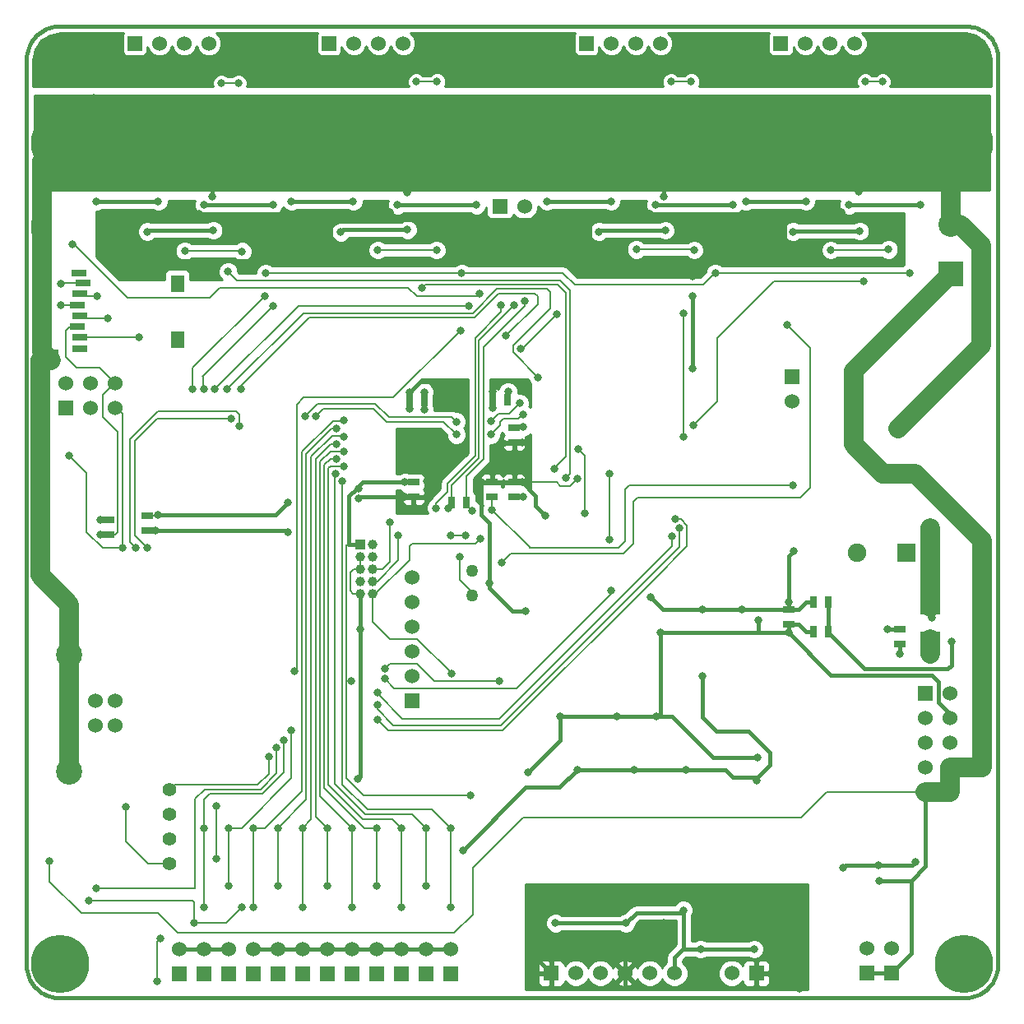
<source format=gbl>
G04 (created by PCBNEW-RS274X (2011-05-25)-stable) date 2011-12-18T13:02:57 CET*
G01*
G70*
G90*
%MOIN*%
G04 Gerber Fmt 3.4, Leading zero omitted, Abs format*
%FSLAX34Y34*%
G04 APERTURE LIST*
%ADD10C,0.006000*%
%ADD11C,0.015000*%
%ADD12C,0.060000*%
%ADD13C,0.106300*%
%ADD14R,0.080000X0.060000*%
%ADD15R,0.045000X0.025000*%
%ADD16R,0.025000X0.045000*%
%ADD17C,0.055000*%
%ADD18C,0.050000*%
%ADD19R,0.060000X0.060000*%
%ADD20R,0.075000X0.075000*%
%ADD21C,0.075000*%
%ADD22C,0.236200*%
%ADD23R,0.100000X0.100000*%
%ADD24C,0.100000*%
%ADD25R,0.039400X0.039400*%
%ADD26C,0.039400*%
%ADD27R,0.059100X0.031500*%
%ADD28R,0.055100X0.070900*%
%ADD29R,0.074800X0.055100*%
%ADD30C,0.078700*%
%ADD31R,0.381900X0.133900*%
%ADD32C,0.011800*%
%ADD33C,0.031500*%
%ADD34C,0.008000*%
%ADD35C,0.078700*%
%ADD36C,0.015700*%
%ADD37C,0.010000*%
G04 APERTURE END LIST*
G54D10*
G54D11*
X39375Y-01325D02*
X39375Y-37975D01*
X01400Y00000D02*
X38100Y00000D01*
X00000Y-37925D02*
X00000Y-01325D01*
X38075Y-39375D02*
X01275Y-39375D01*
X01375Y-00001D02*
X01259Y-00004D01*
X01142Y-00017D01*
X01026Y-00040D01*
X00913Y-00073D01*
X00804Y-00116D01*
X00698Y-00169D01*
X00598Y-00230D01*
X00503Y-00300D01*
X00414Y-00378D01*
X00333Y-00463D01*
X00260Y-00555D01*
X00195Y-00653D01*
X00138Y-00757D01*
X00091Y-00865D01*
X00053Y-00976D01*
X00026Y-01091D01*
X00008Y-01207D01*
X00001Y-01325D01*
X00001Y-37950D02*
X-00001Y-38067D01*
X00008Y-38185D01*
X00027Y-38301D01*
X00056Y-38415D01*
X00095Y-38527D01*
X00144Y-38634D01*
X00201Y-38737D01*
X00268Y-38834D01*
X00343Y-38926D01*
X00425Y-39010D01*
X00514Y-39087D01*
X00610Y-39156D01*
X00712Y-39216D01*
X00818Y-39267D01*
X00928Y-39309D01*
X01042Y-39341D01*
X01158Y-39363D01*
X01275Y-39374D01*
X38074Y-39374D02*
X38191Y-39364D01*
X38307Y-39345D01*
X38421Y-39315D01*
X38532Y-39275D01*
X38639Y-39226D01*
X38742Y-39168D01*
X38839Y-39101D01*
X38930Y-39026D01*
X39013Y-38943D01*
X39090Y-38854D01*
X39158Y-38758D01*
X39218Y-38656D01*
X39268Y-38550D01*
X39309Y-38439D01*
X39340Y-38326D01*
X39362Y-38210D01*
X39373Y-38093D01*
X39374Y-37976D01*
X39374Y-01324D02*
X39371Y-01212D01*
X39359Y-01099D01*
X39336Y-00988D01*
X39304Y-00879D01*
X39263Y-00774D01*
X39213Y-00672D01*
X39154Y-00575D01*
X39086Y-00484D01*
X39011Y-00399D01*
X38929Y-00321D01*
X38840Y-00250D01*
X38746Y-00187D01*
X38646Y-00133D01*
X38542Y-00088D01*
X38435Y-00051D01*
X38325Y-00025D01*
X38213Y-00008D01*
X38099Y-00001D01*
G54D12*
X03600Y-28350D03*
X03600Y-27350D03*
X02813Y-27350D03*
X02813Y-28350D03*
G54D13*
X01750Y-30212D03*
X01750Y-25488D03*
G54D14*
X36650Y-23525D03*
X36650Y-24825D03*
G54D15*
X03350Y-20000D03*
X03350Y-20600D03*
X04900Y-19850D03*
X04900Y-20450D03*
X19775Y-16275D03*
X19775Y-16875D03*
X19775Y-19075D03*
X19775Y-18475D03*
G54D16*
X16125Y-15175D03*
X15525Y-15175D03*
G54D15*
X18875Y-19075D03*
X18875Y-18475D03*
G54D17*
X05800Y-31950D03*
X05800Y-30950D03*
X05800Y-33950D03*
X05800Y-32950D03*
G54D18*
X18075Y-23075D03*
X18075Y-22075D03*
G54D19*
X36450Y-27025D03*
G54D12*
X37450Y-27025D03*
X36450Y-28025D03*
X37450Y-28025D03*
X36450Y-29025D03*
X37450Y-29025D03*
X36450Y-30025D03*
X37450Y-30025D03*
X36450Y-31025D03*
X37450Y-31025D03*
G54D19*
X01600Y-15475D03*
G54D12*
X01600Y-14475D03*
X02600Y-15475D03*
X02600Y-14475D03*
X03600Y-15475D03*
X03600Y-14475D03*
G54D19*
X14200Y-38400D03*
G54D12*
X14200Y-37400D03*
G54D19*
X16200Y-38400D03*
G54D12*
X16200Y-37400D03*
G54D19*
X35075Y-38375D03*
G54D12*
X35075Y-37375D03*
G54D19*
X34075Y-38375D03*
G54D12*
X34075Y-37375D03*
G54D19*
X19200Y-07300D03*
G54D12*
X20200Y-07300D03*
G54D19*
X08200Y-38400D03*
G54D12*
X08200Y-37400D03*
G54D19*
X07200Y-38400D03*
G54D12*
X07200Y-37400D03*
G54D19*
X06200Y-38400D03*
G54D12*
X06200Y-37400D03*
G54D19*
X29587Y-38385D03*
G54D12*
X28587Y-38385D03*
G54D19*
X17200Y-38400D03*
G54D12*
X17200Y-37400D03*
G54D19*
X12200Y-38400D03*
G54D12*
X12200Y-37400D03*
G54D19*
X13200Y-38400D03*
G54D12*
X13200Y-37400D03*
G54D19*
X09200Y-38400D03*
G54D12*
X09200Y-37400D03*
G54D19*
X31050Y-14200D03*
G54D12*
X31050Y-15200D03*
G54D19*
X11200Y-38400D03*
G54D12*
X11200Y-37400D03*
G54D19*
X10200Y-38400D03*
G54D12*
X10200Y-37400D03*
G54D19*
X15200Y-38400D03*
G54D12*
X15200Y-37400D03*
G54D19*
X21272Y-38385D03*
G54D12*
X22272Y-38385D03*
X23272Y-38385D03*
X24272Y-38385D03*
X25272Y-38385D03*
X26272Y-38385D03*
G54D19*
X15625Y-27325D03*
G54D12*
X15625Y-26325D03*
X15625Y-25325D03*
X15625Y-24325D03*
X15625Y-23325D03*
X15625Y-22325D03*
G54D20*
X35675Y-21350D03*
G54D21*
X33675Y-21350D03*
G54D22*
X01378Y-04735D03*
X37992Y-37993D03*
X01378Y-37993D03*
X37992Y-04735D03*
X19685Y-04735D03*
G54D19*
X30581Y-00700D03*
G54D12*
X31581Y-00700D03*
X32581Y-00700D03*
X33581Y-00700D03*
G54D19*
X12273Y-00700D03*
G54D12*
X13273Y-00700D03*
X14273Y-00700D03*
X15273Y-00700D03*
G54D19*
X22707Y-00700D03*
G54D12*
X23707Y-00700D03*
X24707Y-00700D03*
X25707Y-00700D03*
G54D19*
X04400Y-00700D03*
G54D12*
X05400Y-00700D03*
X06400Y-00700D03*
X07400Y-00700D03*
G54D15*
X30900Y-23650D03*
X30900Y-24250D03*
X35400Y-24425D03*
X35400Y-25025D03*
G54D16*
X31900Y-23350D03*
X32500Y-23350D03*
X32500Y-24550D03*
X31900Y-24550D03*
G54D23*
X37475Y-10025D03*
G54D24*
X37475Y-08025D03*
G54D15*
X15700Y-18475D03*
X15700Y-19075D03*
G54D16*
X19500Y-15150D03*
X18900Y-15150D03*
X17250Y-19300D03*
X17850Y-19300D03*
G54D25*
X13550Y-21000D03*
G54D26*
X14050Y-21000D03*
X13550Y-21500D03*
X14050Y-21500D03*
X13550Y-22000D03*
X14050Y-22000D03*
X13550Y-22500D03*
X14050Y-22500D03*
X13550Y-23000D03*
X14050Y-23000D03*
G54D27*
X02150Y-09997D03*
X02308Y-10411D03*
X02170Y-10844D03*
X02072Y-11296D03*
X02178Y-11730D03*
X02072Y-12163D03*
X02178Y-12596D03*
X02178Y-13068D03*
G54D28*
X06127Y-10450D03*
X06127Y-12714D03*
G54D29*
X00581Y-08141D03*
X00952Y-13381D03*
G54D30*
X19700Y-06300D03*
G54D31*
X06299Y-04735D03*
G54D32*
X04764Y-05176D03*
X05403Y-05176D03*
X06299Y-05176D03*
X05787Y-05176D03*
X07195Y-05176D03*
X06811Y-05176D03*
X07834Y-05176D03*
X07834Y-04294D03*
X07195Y-04294D03*
X06811Y-04294D03*
X06299Y-04294D03*
X05787Y-04294D03*
X05403Y-04294D03*
X04764Y-04294D03*
X04764Y-04735D03*
X05403Y-04735D03*
X05787Y-04735D03*
X06299Y-04735D03*
X06811Y-04735D03*
X07195Y-04735D03*
X07834Y-04735D03*
G54D31*
X24606Y-04735D03*
G54D32*
X23071Y-05176D03*
X23710Y-05176D03*
X24606Y-05176D03*
X24094Y-05176D03*
X25502Y-05176D03*
X25118Y-05176D03*
X26141Y-05176D03*
X26141Y-04294D03*
X25502Y-04294D03*
X25118Y-04294D03*
X24606Y-04294D03*
X24094Y-04294D03*
X23710Y-04294D03*
X23071Y-04294D03*
X23071Y-04735D03*
X23710Y-04735D03*
X24094Y-04735D03*
X24606Y-04735D03*
X25118Y-04735D03*
X25502Y-04735D03*
X26141Y-04735D03*
G54D31*
X14172Y-04735D03*
G54D32*
X12637Y-05176D03*
X13276Y-05176D03*
X14172Y-05176D03*
X13660Y-05176D03*
X15068Y-05176D03*
X14684Y-05176D03*
X15707Y-05176D03*
X15707Y-04294D03*
X15068Y-04294D03*
X14684Y-04294D03*
X14172Y-04294D03*
X13660Y-04294D03*
X13276Y-04294D03*
X12637Y-04294D03*
X12637Y-04735D03*
X13276Y-04735D03*
X13660Y-04735D03*
X14172Y-04735D03*
X14684Y-04735D03*
X15068Y-04735D03*
X15707Y-04735D03*
G54D31*
X32480Y-04735D03*
G54D32*
X30945Y-05176D03*
X31584Y-05176D03*
X32480Y-05176D03*
X31968Y-05176D03*
X33376Y-05176D03*
X32992Y-05176D03*
X34015Y-05176D03*
X34015Y-04294D03*
X33376Y-04294D03*
X32992Y-04294D03*
X32480Y-04294D03*
X31968Y-04294D03*
X31584Y-04294D03*
X30945Y-04294D03*
X30945Y-04735D03*
X31584Y-04735D03*
X31968Y-04735D03*
X32480Y-04735D03*
X32992Y-04735D03*
X33376Y-04735D03*
X34015Y-04735D03*
G54D33*
X00950Y-33825D03*
X36650Y-20350D03*
X36675Y-22725D03*
X34575Y-34632D03*
X36700Y-01450D03*
X35375Y-02275D03*
X32425Y-01425D03*
X30225Y-01825D03*
X22350Y-01850D03*
X27550Y-02250D03*
X24600Y-01450D03*
X36700Y-23975D03*
X17550Y-02250D03*
X09350Y-02250D03*
X14200Y-01400D03*
X11950Y-01850D03*
X06300Y-01350D03*
X04300Y-01950D03*
X25300Y-23150D03*
X17700Y-33400D03*
X27400Y-26325D03*
X27400Y-23650D03*
X18000Y-31175D03*
X01400Y-11300D03*
X29600Y-30575D03*
X10600Y-19300D03*
X13475Y-18725D03*
X29000Y-23650D03*
X27000Y-13875D03*
X27000Y-10925D03*
X27000Y-10125D03*
X31100Y-21275D03*
X30900Y-23325D03*
X03000Y-20000D03*
X05350Y-19800D03*
X13175Y-26525D03*
X19525Y-14800D03*
X16125Y-14825D03*
X16125Y-15525D03*
X15350Y-18475D03*
X20125Y-19075D03*
X20150Y-16250D03*
X22050Y-09650D03*
X29425Y-09500D03*
X33025Y-07550D03*
X25275Y-07600D03*
X21450Y-09500D03*
X03000Y-07850D03*
X14750Y-07550D03*
X22325Y-30125D03*
X24625Y-30125D03*
X26725Y-30125D03*
X30750Y-09500D03*
X22850Y-09500D03*
X12350Y-09500D03*
X10950Y-09500D03*
X07000Y-07600D03*
X04150Y-09500D03*
X19775Y-11300D03*
X17100Y-19525D03*
X04050Y-31650D03*
X02550Y-35450D03*
X06800Y-36350D03*
X08750Y-35700D03*
X18375Y-10825D03*
X01875Y-08825D03*
X31075Y-18600D03*
X18875Y-19600D03*
X26625Y-35825D03*
X27325Y-37400D03*
X29500Y-37400D03*
X24300Y-36350D03*
X21450Y-36350D03*
X10125Y-29250D03*
X02850Y-34950D03*
X10425Y-28925D03*
X07200Y-32500D03*
X07200Y-35700D03*
X10750Y-28525D03*
X08200Y-32500D03*
X08200Y-34850D03*
X16600Y-19525D03*
X19250Y-11300D03*
X30850Y-12100D03*
X19275Y-21750D03*
X20200Y-11125D03*
X18075Y-19625D03*
X17200Y-20650D03*
X17800Y-20650D03*
X09825Y-29600D03*
X07700Y-31600D03*
X07700Y-33750D03*
X18775Y-22575D03*
X20250Y-23700D03*
X21050Y-19850D03*
X25700Y-24575D03*
X13450Y-30500D03*
X20325Y-30225D03*
X21625Y-27975D03*
X23950Y-27975D03*
X25550Y-27975D03*
X36025Y-33875D03*
X34550Y-34000D03*
X33100Y-34100D03*
X22325Y-18325D03*
X14225Y-28100D03*
X26300Y-19975D03*
X07575Y-08275D03*
X04900Y-08325D03*
X16700Y-15350D03*
X16250Y-16500D03*
X13550Y-24450D03*
X13475Y-19150D03*
X16525Y-14525D03*
X25850Y-36350D03*
X29675Y-24075D03*
X36650Y-25425D03*
X30900Y-24575D03*
X35325Y-16300D03*
X22700Y-36950D03*
X34900Y-04725D03*
X10600Y-20500D03*
X03000Y-20600D03*
X05250Y-20450D03*
X19350Y-16900D03*
X18900Y-15475D03*
X18450Y-18475D03*
X16250Y-18450D03*
X18900Y-14800D03*
X15550Y-14825D03*
X15525Y-15500D03*
X15350Y-19075D03*
X20100Y-18475D03*
X20100Y-16875D03*
X31081Y-08325D03*
X33775Y-08300D03*
X33725Y-06700D03*
X29975Y-04775D03*
X28900Y-03025D03*
X23207Y-08325D03*
X25900Y-08275D03*
X25825Y-06900D03*
X21050Y-03000D03*
X27900Y-04050D03*
X27900Y-05300D03*
X22100Y-04800D03*
X29625Y-29625D03*
X31350Y-39000D03*
X35400Y-25425D03*
X15450Y-06750D03*
X15450Y-08250D03*
X12750Y-08350D03*
X11650Y-04700D03*
X17500Y-05400D03*
X17450Y-04050D03*
X10650Y-02950D03*
X02750Y-02900D03*
X03800Y-04850D03*
X07550Y-06900D03*
X09900Y-05850D03*
X09800Y-03650D03*
X04575Y-12600D03*
X02875Y-10925D03*
X17575Y-21500D03*
X37500Y-24925D03*
X34900Y-24425D03*
X05350Y-07100D03*
X02850Y-07100D03*
X10000Y-07250D03*
X07200Y-07250D03*
X06425Y-09100D03*
X08750Y-09125D03*
X13250Y-07100D03*
X10750Y-07100D03*
X16625Y-09075D03*
X14250Y-09075D03*
X18250Y-07250D03*
X15050Y-07250D03*
X23700Y-07100D03*
X21100Y-07100D03*
X27071Y-09075D03*
X24725Y-09050D03*
X25500Y-07250D03*
X28650Y-07250D03*
X34945Y-09050D03*
X32600Y-09075D03*
X31600Y-07100D03*
X29175Y-07100D03*
X33350Y-07250D03*
X36250Y-07250D03*
X05425Y-36975D03*
X05300Y-38700D03*
X17950Y-11325D03*
X07650Y-14700D03*
X15800Y-02250D03*
X16650Y-02250D03*
X26950Y-02250D03*
X26125Y-02250D03*
X19450Y-12550D03*
X08700Y-14700D03*
X17200Y-35700D03*
X12800Y-18450D03*
X17200Y-32500D03*
X12550Y-18125D03*
X16200Y-32500D03*
X16200Y-34850D03*
X12575Y-16925D03*
X12200Y-32500D03*
X12200Y-34850D03*
X12875Y-16625D03*
X11200Y-32500D03*
X11200Y-35700D03*
X10200Y-34850D03*
X12575Y-16300D03*
X10200Y-32500D03*
X12875Y-15975D03*
X09200Y-32500D03*
X09200Y-35700D03*
X23650Y-18125D03*
X23650Y-20800D03*
X23700Y-22875D03*
X14525Y-26450D03*
X12875Y-17825D03*
X15200Y-35700D03*
X15200Y-32500D03*
X12575Y-17525D03*
X14200Y-32500D03*
X14200Y-34850D03*
X12875Y-17225D03*
X13200Y-35700D03*
X13200Y-32500D03*
X08150Y-14700D03*
X20750Y-14225D03*
X34700Y-02250D03*
X34000Y-02250D03*
X07200Y-14700D03*
X10000Y-11325D03*
X07900Y-02300D03*
X08600Y-02300D03*
X21875Y-18300D03*
X08175Y-09950D03*
X21400Y-17925D03*
X16050Y-10600D03*
X26650Y-11625D03*
X26650Y-16625D03*
X27025Y-16175D03*
X33950Y-10325D03*
X22375Y-17150D03*
X22625Y-19750D03*
X08300Y-15900D03*
X04900Y-21150D03*
X20000Y-15275D03*
X18825Y-16000D03*
X17425Y-16025D03*
X11300Y-15800D03*
X03300Y-11850D03*
X01400Y-10425D03*
X15075Y-20625D03*
X14725Y-20100D03*
X04450Y-21150D03*
X17425Y-16550D03*
X18825Y-16550D03*
X20125Y-15725D03*
X08650Y-16200D03*
X11750Y-15800D03*
X26175Y-20675D03*
X14225Y-27000D03*
X26475Y-20350D03*
X14225Y-27500D03*
X10875Y-26150D03*
X17600Y-12325D03*
X14525Y-26025D03*
X19175Y-26525D03*
X35800Y-10000D03*
X06750Y-14700D03*
X09675Y-10925D03*
X27925Y-10000D03*
X17650Y-10000D03*
X09700Y-10000D03*
X20025Y-13075D03*
X21500Y-11675D03*
X17225Y-26225D03*
X18400Y-20775D03*
X01750Y-17400D03*
X03900Y-21150D03*
G54D34*
X32450Y-31025D02*
X31400Y-32075D01*
X36450Y-31025D02*
X32450Y-31025D01*
X18100Y-34100D02*
X18100Y-36000D01*
X18100Y-36000D02*
X17350Y-36750D01*
X17350Y-36750D02*
X06150Y-36750D01*
X06150Y-36750D02*
X05350Y-35950D01*
X05350Y-35950D02*
X02225Y-35950D01*
X02225Y-35950D02*
X00950Y-34675D01*
X00950Y-34675D02*
X00950Y-33825D01*
X20125Y-32075D02*
X18100Y-34100D01*
X31400Y-32075D02*
X20125Y-32075D01*
G54D35*
X38750Y-22375D02*
X38750Y-20850D01*
X37450Y-30025D02*
X38750Y-30025D01*
X38750Y-22375D02*
X38750Y-30025D01*
X33525Y-13975D02*
X37475Y-10025D01*
X33525Y-16950D02*
X33525Y-13975D01*
X34700Y-18125D02*
X33525Y-16950D01*
X36025Y-18125D02*
X34700Y-18125D01*
X38750Y-20850D02*
X36025Y-18125D01*
X36650Y-23525D02*
X36650Y-20350D01*
G54D36*
X36650Y-22750D02*
X36650Y-23525D01*
X36675Y-22725D02*
X36650Y-22750D01*
X35875Y-34625D02*
X36450Y-34050D01*
X36450Y-34050D02*
X36450Y-31025D01*
X35075Y-38375D02*
X35875Y-37575D01*
X35875Y-37575D02*
X35875Y-34625D01*
X35875Y-34625D02*
X35875Y-34650D01*
X35875Y-34650D02*
X35875Y-34625D01*
X34575Y-34632D02*
X34582Y-34625D01*
X34582Y-34625D02*
X35875Y-34625D01*
X35075Y-38375D02*
X34075Y-38375D01*
G54D35*
X37450Y-30025D02*
X37450Y-31025D01*
X36450Y-31025D02*
X37450Y-31025D01*
X36700Y-01450D02*
X36700Y-01425D01*
X36700Y-01425D02*
X36975Y-01425D01*
X35350Y-01425D02*
X37275Y-01425D01*
X36975Y-01425D02*
X37275Y-01425D01*
G54D36*
X35350Y-01425D02*
X35350Y-02250D01*
X35375Y-02275D02*
X35350Y-02250D01*
X32425Y-01425D02*
X35350Y-01425D01*
X30225Y-01825D02*
X30625Y-01425D01*
X30625Y-01425D02*
X32425Y-01425D01*
X29800Y-02250D02*
X27550Y-02250D01*
X30225Y-01825D02*
X29800Y-02250D01*
X24600Y-01450D02*
X22750Y-01450D01*
X22750Y-01450D02*
X22350Y-01850D01*
X26750Y-01450D02*
X24600Y-01450D01*
X27550Y-02250D02*
X26750Y-01450D01*
X36700Y-23975D02*
X36650Y-23925D01*
X36650Y-23925D02*
X36650Y-23525D01*
X36650Y-23525D02*
X36675Y-23500D01*
X16700Y-01400D02*
X14200Y-01400D01*
X17550Y-02250D02*
X16700Y-01400D01*
X09350Y-02250D02*
X09350Y-01700D01*
G54D34*
X13750Y-01850D02*
X11950Y-01850D01*
X14200Y-01400D02*
X13750Y-01850D01*
G54D36*
X06250Y-01700D02*
X09350Y-01700D01*
X06250Y-01700D02*
X05850Y-01700D01*
X09350Y-01700D02*
X10150Y-01700D01*
X11950Y-01850D02*
X11800Y-01700D01*
X11800Y-01700D02*
X10150Y-01700D01*
G54D34*
X05850Y-01750D02*
X05850Y-01700D01*
X05900Y-01700D02*
X05850Y-01750D01*
X05950Y-01700D02*
X05900Y-01700D01*
X06300Y-01350D02*
X05950Y-01700D01*
G54D36*
X04300Y-01950D02*
X04550Y-01700D01*
X04550Y-01700D02*
X05850Y-01700D01*
X25300Y-23150D02*
X25800Y-23650D01*
X25800Y-23650D02*
X27400Y-23650D01*
X22325Y-30125D02*
X21600Y-30850D01*
X20250Y-30850D02*
X17700Y-33400D01*
X21600Y-30850D02*
X20250Y-30850D01*
X27975Y-28575D02*
X27400Y-28000D01*
X27400Y-28000D02*
X27400Y-26325D01*
X30125Y-29425D02*
X29275Y-28575D01*
X29275Y-28575D02*
X27975Y-28575D01*
X29550Y-30425D02*
X29625Y-30425D01*
X30125Y-29925D02*
X30125Y-29425D01*
X29625Y-30425D02*
X30125Y-29925D01*
G54D34*
X12963Y-30463D02*
X12963Y-26525D01*
X12963Y-30463D02*
X13675Y-31175D01*
X13675Y-31175D02*
X18000Y-31175D01*
X02072Y-11296D02*
X01404Y-11296D01*
X01404Y-11296D02*
X01400Y-11300D01*
X29550Y-30425D02*
X29550Y-30525D01*
X29550Y-30525D02*
X29600Y-30575D01*
G54D36*
X12350Y-07600D02*
X08300Y-07600D01*
X13075Y-20575D02*
X13075Y-21000D01*
X13075Y-19050D02*
X13400Y-18725D01*
X13075Y-20575D02*
X13075Y-19050D01*
X13513Y-18612D02*
X13400Y-18725D01*
X13075Y-21000D02*
X13550Y-21000D01*
G54D34*
X12963Y-21574D02*
X12963Y-21037D01*
X12963Y-21037D02*
X13000Y-21000D01*
X13000Y-21000D02*
X13550Y-21000D01*
X12963Y-26525D02*
X12963Y-21574D01*
G54D36*
X10100Y-19800D02*
X10600Y-19300D01*
X05350Y-19800D02*
X10100Y-19800D01*
X13513Y-18687D02*
X13513Y-18612D01*
X13475Y-18725D02*
X13513Y-18687D01*
X13550Y-21000D02*
X13500Y-21000D01*
X13513Y-18612D02*
X13650Y-18475D01*
X13650Y-18475D02*
X15350Y-18475D01*
X12350Y-07600D02*
X14700Y-07600D01*
X14700Y-07600D02*
X14750Y-07550D01*
X12350Y-07600D02*
X12350Y-07750D01*
X12350Y-07750D02*
X12350Y-08100D01*
X12350Y-08100D02*
X12350Y-09500D01*
X08300Y-07600D02*
X07000Y-07600D01*
X22850Y-07825D02*
X15025Y-07825D01*
X15025Y-07825D02*
X14750Y-07550D01*
X22850Y-07825D02*
X22825Y-07825D01*
X22825Y-07825D02*
X22850Y-07825D01*
X23250Y-07625D02*
X22900Y-07625D01*
X25250Y-07625D02*
X23250Y-07625D01*
G54D34*
X25275Y-07600D02*
X25250Y-07625D01*
G54D36*
X22850Y-08025D02*
X22850Y-09500D01*
X22850Y-07675D02*
X22850Y-07825D01*
X22850Y-07825D02*
X22850Y-08025D01*
X22900Y-07625D02*
X22850Y-07675D01*
X30750Y-07600D02*
X25275Y-07600D01*
X31175Y-07600D02*
X30750Y-07600D01*
X33025Y-07550D02*
X32975Y-07600D01*
X32975Y-07600D02*
X31175Y-07600D01*
X30750Y-08025D02*
X30750Y-09500D01*
X30750Y-07600D02*
X30750Y-08025D01*
X27000Y-09500D02*
X27000Y-10125D01*
X27000Y-10925D02*
X27000Y-13875D01*
X30900Y-23650D02*
X29000Y-23650D01*
X29000Y-23650D02*
X27400Y-23650D01*
X30900Y-23325D02*
X30900Y-21475D01*
X30900Y-21475D02*
X31100Y-21275D01*
X28625Y-30425D02*
X29550Y-30425D01*
X31900Y-23350D02*
X31600Y-23350D01*
X31300Y-23650D02*
X30900Y-23650D01*
X31600Y-23350D02*
X31300Y-23650D01*
X30900Y-23325D02*
X30900Y-23650D01*
G54D34*
X03000Y-20000D02*
X03350Y-20000D01*
X05300Y-19850D02*
X04900Y-19850D01*
X05350Y-19800D02*
X05300Y-19850D01*
X13175Y-26525D02*
X12963Y-26525D01*
X12963Y-26525D02*
X13000Y-26525D01*
X13000Y-26525D02*
X12963Y-26525D01*
X19500Y-14825D02*
X19500Y-15150D01*
X19525Y-14800D02*
X19500Y-14825D01*
X16125Y-14825D02*
X16125Y-15175D01*
X16125Y-15525D02*
X16125Y-15175D01*
X15350Y-18475D02*
X15700Y-18475D01*
X20125Y-19075D02*
X19775Y-19075D01*
X20125Y-16275D02*
X19775Y-16275D01*
X20150Y-16250D02*
X20125Y-16275D01*
X13550Y-21000D02*
X13537Y-21000D01*
X22050Y-09650D02*
X22050Y-09500D01*
X29425Y-09500D02*
X30750Y-09500D01*
X22850Y-09500D02*
X22050Y-09500D01*
X22050Y-09500D02*
X21450Y-09500D01*
G54D36*
X28625Y-30425D02*
X28325Y-30125D01*
X28325Y-30125D02*
X26725Y-30125D01*
X04150Y-07850D02*
X03000Y-07850D01*
X04150Y-07850D02*
X04100Y-07850D01*
X04100Y-07850D02*
X04150Y-07850D01*
X04150Y-09500D02*
X04150Y-07850D01*
X04150Y-07850D02*
X04150Y-07750D01*
X04300Y-07600D02*
X07000Y-07600D01*
X04150Y-07750D02*
X04300Y-07600D01*
X24625Y-30125D02*
X22325Y-30125D01*
X26725Y-30125D02*
X24625Y-30125D01*
X22850Y-09500D02*
X27000Y-09500D01*
X27000Y-09500D02*
X30750Y-09500D01*
X12350Y-09500D02*
X22850Y-09500D01*
X10950Y-09500D02*
X04600Y-09500D01*
X04600Y-09500D02*
X04150Y-09500D01*
X10950Y-09500D02*
X12350Y-09500D01*
G54D34*
X07000Y-07600D02*
X06950Y-07650D01*
X17250Y-18596D02*
X17250Y-19300D01*
X18350Y-17496D02*
X18350Y-12725D01*
X17250Y-18596D02*
X18350Y-17496D01*
X19775Y-11300D02*
X18350Y-12725D01*
X17250Y-19300D02*
X17250Y-19375D01*
X17250Y-19375D02*
X17100Y-19525D01*
X05800Y-33950D02*
X04950Y-33950D01*
X04050Y-33050D02*
X04050Y-31650D01*
X04950Y-33950D02*
X04050Y-33050D01*
X06800Y-35500D02*
X06800Y-36350D01*
X06750Y-35450D02*
X06800Y-35500D01*
X02550Y-35450D02*
X06750Y-35450D01*
X08100Y-36350D02*
X06800Y-36350D01*
X08750Y-35700D02*
X08100Y-36350D01*
X01875Y-08825D02*
X01925Y-08825D01*
X18250Y-10950D02*
X18375Y-10825D01*
X15825Y-10950D02*
X18250Y-10950D01*
X15475Y-10600D02*
X15825Y-10950D01*
X07825Y-10600D02*
X15475Y-10600D01*
X07425Y-11000D02*
X07825Y-10600D01*
X04100Y-11000D02*
X07425Y-11000D01*
X01925Y-08825D02*
X04100Y-11000D01*
X20425Y-21150D02*
X24000Y-21150D01*
X27325Y-18600D02*
X31075Y-18600D01*
X24450Y-18600D02*
X27325Y-18600D01*
X24275Y-18775D02*
X24450Y-18600D01*
X24275Y-20875D02*
X24275Y-18775D01*
X24000Y-21150D02*
X24275Y-20875D01*
X20325Y-21050D02*
X20425Y-21150D01*
X20425Y-21150D02*
X20400Y-21125D01*
X18875Y-19600D02*
X20325Y-21050D01*
X18875Y-19075D02*
X18875Y-19600D01*
X26625Y-35925D02*
X26650Y-35950D01*
X26625Y-35825D02*
X26625Y-35925D01*
G54D36*
X26650Y-35925D02*
X26650Y-35950D01*
X26650Y-35950D02*
X26650Y-37400D01*
X24300Y-36350D02*
X24725Y-35925D01*
X24725Y-35925D02*
X26650Y-35925D01*
X26650Y-35925D02*
X26600Y-35925D01*
X26600Y-35925D02*
X26650Y-35925D01*
X26650Y-37400D02*
X26600Y-37400D01*
X29500Y-37400D02*
X27325Y-37400D01*
X27325Y-37400D02*
X26600Y-37400D01*
X26272Y-37728D02*
X26272Y-38385D01*
X26600Y-37400D02*
X26272Y-37728D01*
X21450Y-36350D02*
X24300Y-36350D01*
G54D34*
X26365Y-38385D02*
X26272Y-38385D01*
X07225Y-30925D02*
X06850Y-31300D01*
X09500Y-30925D02*
X07225Y-30925D01*
X10150Y-30275D02*
X09500Y-30925D01*
X10150Y-29275D02*
X10150Y-30275D01*
X10125Y-29250D02*
X10150Y-29275D01*
X06850Y-31300D02*
X06850Y-34950D01*
X06850Y-34950D02*
X02850Y-34950D01*
X07200Y-31350D02*
X07200Y-32500D01*
X07450Y-31100D02*
X07200Y-31350D01*
X09575Y-31100D02*
X07450Y-31100D01*
X10425Y-30250D02*
X09575Y-31100D01*
X10425Y-28925D02*
X10425Y-30250D01*
X07200Y-35700D02*
X07200Y-32500D01*
X08200Y-32500D02*
X08725Y-32500D01*
X10750Y-30475D02*
X10750Y-28525D01*
X08725Y-32500D02*
X10750Y-30475D01*
X08200Y-34850D02*
X08200Y-32500D01*
X16600Y-19525D02*
X16600Y-19350D01*
X19250Y-11575D02*
X19250Y-11300D01*
X18188Y-12637D02*
X19250Y-11575D01*
X18188Y-17412D02*
X18188Y-12637D01*
X17075Y-18525D02*
X18188Y-17412D01*
X17075Y-18875D02*
X17075Y-18525D01*
X16600Y-19350D02*
X17075Y-18875D01*
X24775Y-19100D02*
X24600Y-19275D01*
X24600Y-19275D02*
X24600Y-20975D01*
X24600Y-20975D02*
X24200Y-21375D01*
X27450Y-19100D02*
X31375Y-19100D01*
X31375Y-19100D02*
X31775Y-18700D01*
X31775Y-18700D02*
X31775Y-17975D01*
X31775Y-13025D02*
X30850Y-12100D01*
X31775Y-17975D02*
X31775Y-13025D01*
X27450Y-19100D02*
X24775Y-19100D01*
X19650Y-21375D02*
X24200Y-21375D01*
X19275Y-21750D02*
X19650Y-21375D01*
X17850Y-19300D02*
X17850Y-18225D01*
X20200Y-11325D02*
X20200Y-11125D01*
X18525Y-13000D02*
X20200Y-11325D01*
X18525Y-17550D02*
X18525Y-13000D01*
X17850Y-18225D02*
X18525Y-17550D01*
X17850Y-19400D02*
X17850Y-19300D01*
X18075Y-19625D02*
X17850Y-19400D01*
X17800Y-20650D02*
X17200Y-20650D01*
X06000Y-30750D02*
X05800Y-30950D01*
X09375Y-30750D02*
X06000Y-30750D01*
X09825Y-30300D02*
X09375Y-30750D01*
X09825Y-29600D02*
X09825Y-30300D01*
X07700Y-33750D02*
X07700Y-31600D01*
G54D36*
X06200Y-37400D02*
X07200Y-37400D01*
X07200Y-37400D02*
X08200Y-37400D01*
G54D34*
X02072Y-12163D02*
X01762Y-12163D01*
X02975Y-13850D02*
X03600Y-14475D01*
X02050Y-13850D02*
X02975Y-13850D01*
X01600Y-13400D02*
X02050Y-13850D01*
X01600Y-12325D02*
X01600Y-13400D01*
X01762Y-12163D02*
X01600Y-12325D01*
X13550Y-22000D02*
X13550Y-21500D01*
G54D36*
X18775Y-22575D02*
X18775Y-22325D01*
X18775Y-21950D02*
X18775Y-22325D01*
X18775Y-20125D02*
X18450Y-19800D01*
X18775Y-21950D02*
X18775Y-20125D01*
X18450Y-18475D02*
X18450Y-19800D01*
X18775Y-22325D02*
X18775Y-22775D01*
X18775Y-22775D02*
X19700Y-23700D01*
X19700Y-23700D02*
X20250Y-23700D01*
X21050Y-19850D02*
X20650Y-19450D01*
X20650Y-19450D02*
X20650Y-19025D01*
X20100Y-18475D02*
X20650Y-19025D01*
X25700Y-24575D02*
X25700Y-24600D01*
X25700Y-24600D02*
X25700Y-24575D01*
X13550Y-24450D02*
X13550Y-29575D01*
X13550Y-29575D02*
X13550Y-30275D01*
X13550Y-30400D02*
X13450Y-30500D01*
X13550Y-30275D02*
X13550Y-30400D01*
X25700Y-24575D02*
X25700Y-25875D01*
X25700Y-27825D02*
X25550Y-27975D01*
X25700Y-25875D02*
X25700Y-27825D01*
X21625Y-27975D02*
X23950Y-27975D01*
X21300Y-34850D02*
X26550Y-34850D01*
G54D34*
X30650Y-35250D02*
X30650Y-35300D01*
G54D36*
X30250Y-34850D02*
X30650Y-35250D01*
X26575Y-34850D02*
X30250Y-34850D01*
X20300Y-35850D02*
X21300Y-34850D01*
X20300Y-37400D02*
X20300Y-35850D01*
X21272Y-38372D02*
X20300Y-37400D01*
G54D34*
X21272Y-38385D02*
X21272Y-38372D01*
G54D36*
X31350Y-35850D02*
X31350Y-39000D01*
X30800Y-35300D02*
X31350Y-35850D01*
G54D34*
X30650Y-35300D02*
X30800Y-35300D01*
G54D36*
X26550Y-34850D02*
X26575Y-34825D01*
X26575Y-34825D02*
X26575Y-34850D01*
G54D34*
X18400Y-18525D02*
X18450Y-18475D01*
X00581Y-08141D02*
X00581Y-08339D01*
X00581Y-08339D02*
X00652Y-08410D01*
X00952Y-13381D02*
X00952Y-13302D01*
X00952Y-13302D02*
X00652Y-13002D01*
G54D36*
X21625Y-27975D02*
X21625Y-28925D01*
X21625Y-28925D02*
X20325Y-30225D01*
X25550Y-27975D02*
X25050Y-27975D01*
X25025Y-27975D02*
X23950Y-27975D01*
X25050Y-27975D02*
X25025Y-27975D01*
X29625Y-29625D02*
X27825Y-29625D01*
X27825Y-29625D02*
X26175Y-27975D01*
X26175Y-27975D02*
X25550Y-27975D01*
X34550Y-34000D02*
X35900Y-34000D01*
X35900Y-34000D02*
X36025Y-33875D01*
X33200Y-34000D02*
X34550Y-34000D01*
X33100Y-34100D02*
X33200Y-34000D01*
G54D34*
X21500Y-18475D02*
X21650Y-18625D01*
X21650Y-18625D02*
X22025Y-18625D01*
X22025Y-18625D02*
X22325Y-18325D01*
X25425Y-22425D02*
X19300Y-28550D01*
X19300Y-28550D02*
X14675Y-28550D01*
X14675Y-28550D02*
X14225Y-28100D01*
X21250Y-18475D02*
X20100Y-18475D01*
X21250Y-18475D02*
X21500Y-18475D01*
X26775Y-21075D02*
X25425Y-22425D01*
X26775Y-20225D02*
X26775Y-21075D01*
X26525Y-19975D02*
X26775Y-20225D01*
X26300Y-19975D02*
X26525Y-19975D01*
X13325Y-22000D02*
X13275Y-22000D01*
X13550Y-22000D02*
X13325Y-22000D01*
X13250Y-23000D02*
X13550Y-23000D01*
X13125Y-22875D02*
X13250Y-23000D01*
X13125Y-22150D02*
X13125Y-22875D01*
X13275Y-22000D02*
X13125Y-22150D01*
G54D36*
X04950Y-08275D02*
X07575Y-08275D01*
X04900Y-08325D02*
X04950Y-08275D01*
G54D34*
X16525Y-15175D02*
X16525Y-14525D01*
X16700Y-15350D02*
X16525Y-15175D01*
G54D36*
X13550Y-19075D02*
X15350Y-19075D01*
X13475Y-19150D02*
X13550Y-19075D01*
X19300Y-18625D02*
X19300Y-18475D01*
X16525Y-14525D02*
X16400Y-14400D01*
X16400Y-14400D02*
X15975Y-14400D01*
X15975Y-14400D02*
X15550Y-14825D01*
X24272Y-36953D02*
X24272Y-37222D01*
X24272Y-37222D02*
X24272Y-38385D01*
X24272Y-36953D02*
X22703Y-36953D01*
X22703Y-36953D02*
X22700Y-36950D01*
X29587Y-38385D02*
X29587Y-39000D01*
X29575Y-38975D02*
X29575Y-39000D01*
X29575Y-38988D02*
X29575Y-38975D01*
X29587Y-39000D02*
X29575Y-38988D01*
X28972Y-39000D02*
X29575Y-39000D01*
X24700Y-39000D02*
X28972Y-39000D01*
X29575Y-39000D02*
X30200Y-39000D01*
X30200Y-39000D02*
X31350Y-39000D01*
X24272Y-38385D02*
X24272Y-39000D01*
X24272Y-39000D02*
X24275Y-38997D01*
X24275Y-38997D02*
X24275Y-38975D01*
X24275Y-38975D02*
X24275Y-39000D01*
X24650Y-39000D02*
X24275Y-39000D01*
X24275Y-39000D02*
X23750Y-39000D01*
X23750Y-39000D02*
X21272Y-39000D01*
X24272Y-36953D02*
X25247Y-36953D01*
X25247Y-36953D02*
X25850Y-36350D01*
X29675Y-24575D02*
X29675Y-24075D01*
X37450Y-28025D02*
X37450Y-27875D01*
X37450Y-27875D02*
X36975Y-27400D01*
X36975Y-27400D02*
X36975Y-26575D01*
X36975Y-26575D02*
X36690Y-26290D01*
X36690Y-26290D02*
X32615Y-26290D01*
X32615Y-26290D02*
X30900Y-24575D01*
X25700Y-24575D02*
X29675Y-24575D01*
X29675Y-24575D02*
X30900Y-24575D01*
G54D35*
X36650Y-25425D02*
X36650Y-24825D01*
G54D36*
X30900Y-24250D02*
X31300Y-24250D01*
X31600Y-24550D02*
X31900Y-24550D01*
X31300Y-24250D02*
X31600Y-24550D01*
X30900Y-24575D02*
X30900Y-24250D01*
G54D35*
X38700Y-12925D02*
X35325Y-16300D01*
X37850Y-08025D02*
X38700Y-08875D01*
X38700Y-08875D02*
X38700Y-12925D01*
X37475Y-08025D02*
X37850Y-08025D01*
X37992Y-04735D02*
X37992Y-05758D01*
X37475Y-06275D02*
X37475Y-08025D01*
X37992Y-05758D02*
X37475Y-06275D01*
X00652Y-08410D02*
X00652Y-05461D01*
X00652Y-05461D02*
X01378Y-04735D01*
X01007Y-13528D02*
X01003Y-13528D01*
X00652Y-13177D02*
X00652Y-13002D01*
X00652Y-13002D02*
X00652Y-08410D01*
X01003Y-13528D02*
X00652Y-13177D01*
X01750Y-25488D02*
X01750Y-23425D01*
X00575Y-13525D02*
X01007Y-13528D01*
X00575Y-22250D02*
X00575Y-13525D01*
X01750Y-23425D02*
X00575Y-22250D01*
G54D36*
X29587Y-38385D02*
X29587Y-38387D01*
X24272Y-38478D02*
X24272Y-38385D01*
X22700Y-36950D02*
X21272Y-36950D01*
X21272Y-36950D02*
X21272Y-37253D01*
X21272Y-37253D02*
X21272Y-38385D01*
X37992Y-04735D02*
X34910Y-04735D01*
X34910Y-04735D02*
X34900Y-04725D01*
G54D35*
X01750Y-30212D02*
X01750Y-25488D01*
G54D36*
X10200Y-37400D02*
X09200Y-37400D01*
G54D34*
X24606Y-04735D02*
X22165Y-04735D01*
X22165Y-04735D02*
X22100Y-04800D01*
X32480Y-04735D02*
X37992Y-04735D01*
X22165Y-04735D02*
X22100Y-04800D01*
G54D36*
X05250Y-20450D02*
X10550Y-20450D01*
G54D34*
X10550Y-20450D02*
X10600Y-20500D01*
X03600Y-14475D02*
X03575Y-14475D01*
X03600Y-20600D02*
X03350Y-20600D01*
X03700Y-20500D02*
X03600Y-20600D01*
X03700Y-16450D02*
X03700Y-20500D01*
X03100Y-15850D02*
X03700Y-16450D01*
X03100Y-14950D02*
X03100Y-15850D01*
X03575Y-14475D02*
X03100Y-14950D01*
X03000Y-20600D02*
X03350Y-20600D01*
X05250Y-20450D02*
X04900Y-20450D01*
X18900Y-15150D02*
X18900Y-15475D01*
G54D36*
X19375Y-16875D02*
X19775Y-16875D01*
G54D34*
X19350Y-16900D02*
X19375Y-16875D01*
G54D36*
X19775Y-16875D02*
X19775Y-18475D01*
G54D34*
X19650Y-16875D02*
X19775Y-16875D01*
X15550Y-14825D02*
X15575Y-14825D01*
G54D36*
X18875Y-18475D02*
X18450Y-18475D01*
X16125Y-19075D02*
X15700Y-19075D01*
X16250Y-18450D02*
X16250Y-18950D01*
X16250Y-18950D02*
X16125Y-19075D01*
G54D34*
X18900Y-15150D02*
X18900Y-14800D01*
X15525Y-15175D02*
X15525Y-14850D01*
X15525Y-14850D02*
X15550Y-14825D01*
X15525Y-15175D02*
X15525Y-15500D01*
X15700Y-19075D02*
X15350Y-19075D01*
G54D36*
X18875Y-18475D02*
X19300Y-18475D01*
X19300Y-18475D02*
X19325Y-18475D01*
X19325Y-18475D02*
X19775Y-18475D01*
G54D34*
X20100Y-18475D02*
X19775Y-18475D01*
X20100Y-16875D02*
X19775Y-16875D01*
G54D36*
X13550Y-24450D02*
X13550Y-23000D01*
G54D34*
X13550Y-23375D02*
X13550Y-23000D01*
G54D36*
X31106Y-08300D02*
X31081Y-08325D01*
X31106Y-08300D02*
X33775Y-08300D01*
X33010Y-04735D02*
X32480Y-04735D01*
X33725Y-06700D02*
X33725Y-05450D01*
X33725Y-05450D02*
X33010Y-04735D01*
X29825Y-04750D02*
X29825Y-04735D01*
X29840Y-04735D02*
X29825Y-04750D01*
X29935Y-04735D02*
X29840Y-04735D01*
X29975Y-04775D02*
X29935Y-04735D01*
X28900Y-03025D02*
X28900Y-04735D01*
X28900Y-04735D02*
X28900Y-04750D01*
X28900Y-04750D02*
X28900Y-04735D01*
X23257Y-08275D02*
X25900Y-08275D01*
G54D34*
X23257Y-08275D02*
X23207Y-08325D01*
G54D36*
X25825Y-06900D02*
X25825Y-06575D01*
G54D34*
X25825Y-06575D02*
X24606Y-05356D01*
X24606Y-05356D02*
X24606Y-04735D01*
G54D36*
X21050Y-03000D02*
X21050Y-04735D01*
X21050Y-04735D02*
X21050Y-04750D01*
X21050Y-04750D02*
X21050Y-04735D01*
X27900Y-04750D02*
X27900Y-04050D01*
X27900Y-05300D02*
X27900Y-04735D01*
X27900Y-04735D02*
X27900Y-04750D01*
X27900Y-04750D02*
X27900Y-04735D01*
X22165Y-04735D02*
X22385Y-04735D01*
X22100Y-04800D02*
X22165Y-04735D01*
G54D34*
X29575Y-29675D02*
X29625Y-29625D01*
X24650Y-39000D02*
X24700Y-38950D01*
X24700Y-38950D02*
X24700Y-39000D01*
G54D36*
X21272Y-38385D02*
X21272Y-39000D01*
G54D34*
X21272Y-39000D02*
X21250Y-39000D01*
G54D36*
X35400Y-25025D02*
X35400Y-25425D01*
X10200Y-37400D02*
X11200Y-37400D01*
X11200Y-37400D02*
X12200Y-37400D01*
X12200Y-37400D02*
X13200Y-37400D01*
X13200Y-37400D02*
X14200Y-37400D01*
X14200Y-37400D02*
X15200Y-37400D01*
X15200Y-37400D02*
X16200Y-37400D01*
X16200Y-37400D02*
X17200Y-37400D01*
X24650Y-39000D02*
X24700Y-39000D01*
G54D34*
X24272Y-38385D02*
X24135Y-38385D01*
X21272Y-38385D02*
X21272Y-38378D01*
X15450Y-06750D02*
X14172Y-05472D01*
X14172Y-05472D02*
X14172Y-04735D01*
G54D36*
X12850Y-08250D02*
X15450Y-08250D01*
G54D34*
X12750Y-08350D02*
X12850Y-08250D01*
G54D36*
X11500Y-04700D02*
X11500Y-04735D01*
X11535Y-04735D02*
X11500Y-04700D01*
X11615Y-04735D02*
X11535Y-04735D01*
X11650Y-04700D02*
X11615Y-04735D01*
X17450Y-05350D02*
X17450Y-04735D01*
X17500Y-05400D02*
X17450Y-05350D01*
X17450Y-04050D02*
X17450Y-04735D01*
X17450Y-04735D02*
X17450Y-04700D01*
X17450Y-04700D02*
X17450Y-04735D01*
X10650Y-02950D02*
X10650Y-04735D01*
X10650Y-04735D02*
X10650Y-04750D01*
X10650Y-04750D02*
X10650Y-04735D01*
G54D34*
X02750Y-02900D02*
X01378Y-04272D01*
X01378Y-04272D02*
X01378Y-04735D01*
G54D36*
X03800Y-04850D02*
X03800Y-04735D01*
X03800Y-04735D02*
X03800Y-04700D01*
X03800Y-04700D02*
X03800Y-04735D01*
X07550Y-06900D02*
X07550Y-06500D01*
X07550Y-06500D02*
X06299Y-05249D01*
X06299Y-05249D02*
X06299Y-04735D01*
X09800Y-05750D02*
X09800Y-04735D01*
X09900Y-05850D02*
X09800Y-05750D01*
X09800Y-03650D02*
X09800Y-04735D01*
X09800Y-04735D02*
X09800Y-04800D01*
X09800Y-04800D02*
X09800Y-04735D01*
X01378Y-04735D02*
X02750Y-04735D01*
X02750Y-04735D02*
X03800Y-04735D01*
X03800Y-04735D02*
X06299Y-04735D01*
X06299Y-04735D02*
X09800Y-04735D01*
X09800Y-04735D02*
X10650Y-04735D01*
X10650Y-04735D02*
X11500Y-04735D01*
X11500Y-04735D02*
X14172Y-04735D01*
X14172Y-04735D02*
X17450Y-04735D01*
X17450Y-04735D02*
X19685Y-04735D01*
X19685Y-04735D02*
X21050Y-04735D01*
X21050Y-04735D02*
X22400Y-04735D01*
X22400Y-04735D02*
X24606Y-04735D01*
X24606Y-04735D02*
X27900Y-04735D01*
X27900Y-04735D02*
X28900Y-04735D01*
X28900Y-04735D02*
X29825Y-04735D01*
X29825Y-04735D02*
X32480Y-04735D01*
G54D34*
X04571Y-12596D02*
X02178Y-12596D01*
X04575Y-12600D02*
X04571Y-12596D01*
X02875Y-10925D02*
X02251Y-10925D01*
X02251Y-10925D02*
X02170Y-10844D01*
X18075Y-22950D02*
X18075Y-23075D01*
X17575Y-22450D02*
X18075Y-22950D01*
X17575Y-21500D02*
X17575Y-22450D01*
G54D36*
X37350Y-26050D02*
X33975Y-26050D01*
X37500Y-24925D02*
X37500Y-25900D01*
X37500Y-25900D02*
X37350Y-26050D01*
X32500Y-24575D02*
X33700Y-25775D01*
X32500Y-24550D02*
X32500Y-24575D01*
X33975Y-26050D02*
X33700Y-25775D01*
X32500Y-23350D02*
X32500Y-24550D01*
X34900Y-24425D02*
X35400Y-24425D01*
X02850Y-07100D02*
X05350Y-07100D01*
X10000Y-07250D02*
X07200Y-07250D01*
G54D34*
X08725Y-09100D02*
X06425Y-09100D01*
X08750Y-09125D02*
X08725Y-09100D01*
G54D36*
X10750Y-07100D02*
X13250Y-07100D01*
G54D34*
X14250Y-09075D02*
X16625Y-09075D01*
G54D36*
X18250Y-07250D02*
X15050Y-07250D01*
X21100Y-07100D02*
X23700Y-07100D01*
G54D34*
X27046Y-09050D02*
X24725Y-09050D01*
X27046Y-09050D02*
X27071Y-09075D01*
G54D36*
X28650Y-07250D02*
X25500Y-07250D01*
G54D34*
X32700Y-09075D02*
X32600Y-09075D01*
X34920Y-09075D02*
X32700Y-09075D01*
X34920Y-09075D02*
X34945Y-09050D01*
G54D36*
X29175Y-07100D02*
X31600Y-07100D01*
X36250Y-07250D02*
X33350Y-07250D01*
G54D34*
X05300Y-37100D02*
X05425Y-36975D01*
X05300Y-38700D02*
X05300Y-37100D01*
X11025Y-11325D02*
X07663Y-14687D01*
X12050Y-11325D02*
X11025Y-11325D01*
X12050Y-11325D02*
X17950Y-11325D01*
X07650Y-14700D02*
X07663Y-14687D01*
X15800Y-02250D02*
X16650Y-02250D01*
X26125Y-02250D02*
X26950Y-02250D01*
X19450Y-12550D02*
X20725Y-11275D01*
X20725Y-11275D02*
X20725Y-10950D01*
X20725Y-10950D02*
X20600Y-10825D01*
X20600Y-10825D02*
X19150Y-10825D01*
X19150Y-10825D02*
X18175Y-11800D01*
X18175Y-11800D02*
X11475Y-11800D01*
X11475Y-11800D02*
X08725Y-14550D01*
X08725Y-14675D02*
X08725Y-14550D01*
X08700Y-14700D02*
X08725Y-14675D01*
X17200Y-35700D02*
X17200Y-32500D01*
X12800Y-29975D02*
X12800Y-30725D01*
X12800Y-28725D02*
X12800Y-29975D01*
X16450Y-31750D02*
X17200Y-32500D01*
X13825Y-31750D02*
X16450Y-31750D01*
X12800Y-30725D02*
X13825Y-31750D01*
X12800Y-28725D02*
X12800Y-28700D01*
X12800Y-18450D02*
X12800Y-28725D01*
X12500Y-29975D02*
X12500Y-30700D01*
X12500Y-18175D02*
X12500Y-28850D01*
X12550Y-18125D02*
X12500Y-18175D01*
X12500Y-28850D02*
X12500Y-29975D01*
X15650Y-31950D02*
X16200Y-32500D01*
X13750Y-31950D02*
X15650Y-31950D01*
X12500Y-30700D02*
X13750Y-31950D01*
X16200Y-34850D02*
X16200Y-32500D01*
X12200Y-32500D02*
X12200Y-32500D01*
X11725Y-32025D02*
X12200Y-32500D01*
X11725Y-17550D02*
X11725Y-29125D01*
X12350Y-16925D02*
X11725Y-17550D01*
X12575Y-16925D02*
X12350Y-16925D01*
X11725Y-29125D02*
X11725Y-32025D01*
X12200Y-34850D02*
X12200Y-32500D01*
X11200Y-32500D02*
X11200Y-32500D01*
X11550Y-32150D02*
X11200Y-32500D01*
X11550Y-17450D02*
X11550Y-32150D01*
X12400Y-16600D02*
X11550Y-17450D01*
X12850Y-16600D02*
X12400Y-16600D01*
X12875Y-16625D02*
X12850Y-16600D01*
X11200Y-35700D02*
X11200Y-32500D01*
X10200Y-34850D02*
X10200Y-32500D01*
X10200Y-32500D02*
X10200Y-32500D01*
X11350Y-31350D02*
X10200Y-32500D01*
X11350Y-17325D02*
X11350Y-31350D01*
X12375Y-16300D02*
X11350Y-17325D01*
X12575Y-16300D02*
X12375Y-16300D01*
X11175Y-29650D02*
X11175Y-31000D01*
X12875Y-15975D02*
X12850Y-16000D01*
X12850Y-16000D02*
X12425Y-16000D01*
X12425Y-16000D02*
X11175Y-17250D01*
X11175Y-17250D02*
X11175Y-29650D01*
X09675Y-32500D02*
X09200Y-32500D01*
X11175Y-31000D02*
X09675Y-32500D01*
X09200Y-35700D02*
X09200Y-32500D01*
X23650Y-20800D02*
X23650Y-18125D01*
X14900Y-26825D02*
X19875Y-26825D01*
X19875Y-26825D02*
X23700Y-23000D01*
X23700Y-23000D02*
X23700Y-22875D01*
X14525Y-26450D02*
X14900Y-26825D01*
X12250Y-29975D02*
X12250Y-30750D01*
X14850Y-32150D02*
X15200Y-32500D01*
X13650Y-32150D02*
X14850Y-32150D01*
X12250Y-30750D02*
X13650Y-32150D01*
X12250Y-28800D02*
X12250Y-29975D01*
X12250Y-29975D02*
X12250Y-29988D01*
X12875Y-17825D02*
X12325Y-17825D01*
X12325Y-17825D02*
X12250Y-17900D01*
X12250Y-17900D02*
X12250Y-28800D01*
X15200Y-35700D02*
X15200Y-32500D01*
X12075Y-30375D02*
X12075Y-30875D01*
X12075Y-28875D02*
X12075Y-30050D01*
X12575Y-17525D02*
X12450Y-17525D01*
X12450Y-17525D02*
X12325Y-17525D01*
X12325Y-17525D02*
X12075Y-17775D01*
X12075Y-17775D02*
X12075Y-28875D01*
X12075Y-30050D02*
X12075Y-30375D01*
X13700Y-32500D02*
X14200Y-32500D01*
X12075Y-30875D02*
X13700Y-32500D01*
X14200Y-34850D02*
X14200Y-32500D01*
X11900Y-30150D02*
X11900Y-31200D01*
X11900Y-29050D02*
X11900Y-30150D01*
X11900Y-31200D02*
X13200Y-32500D01*
X11900Y-17650D02*
X11900Y-29050D01*
X11900Y-29050D02*
X11900Y-29075D01*
X12325Y-17225D02*
X11900Y-17650D01*
X12875Y-17225D02*
X12325Y-17225D01*
X13200Y-35700D02*
X13200Y-32500D01*
X08150Y-14700D02*
X11225Y-11625D01*
X11225Y-11625D02*
X11400Y-11625D01*
X19075Y-10650D02*
X18100Y-11625D01*
X18100Y-11625D02*
X11400Y-11625D01*
X21100Y-10650D02*
X20875Y-10650D01*
X21225Y-10775D02*
X21100Y-10650D01*
X21225Y-11450D02*
X21225Y-10775D01*
X19725Y-12950D02*
X21225Y-11450D01*
X19725Y-13200D02*
X19725Y-12950D01*
X20750Y-14225D02*
X19725Y-13200D01*
X20875Y-10650D02*
X19075Y-10650D01*
X34000Y-02250D02*
X34700Y-02250D01*
X07163Y-14663D02*
X07200Y-14700D01*
X07163Y-14663D02*
X07163Y-14162D01*
X07150Y-14175D02*
X07163Y-14162D01*
X07163Y-14162D02*
X10000Y-11325D01*
X07900Y-02300D02*
X08600Y-02300D01*
X22050Y-17750D02*
X22050Y-10700D01*
X21875Y-18300D02*
X22050Y-18125D01*
X22050Y-18125D02*
X22050Y-17750D01*
X08525Y-10300D02*
X08175Y-09950D01*
X21650Y-10300D02*
X08525Y-10300D01*
X22050Y-10700D02*
X21650Y-10300D01*
X21400Y-17925D02*
X21400Y-17900D01*
X16175Y-10475D02*
X16050Y-10600D01*
X21550Y-10475D02*
X16175Y-10475D01*
X21875Y-10800D02*
X21550Y-10475D01*
X21875Y-17425D02*
X21875Y-10800D01*
X21400Y-17900D02*
X21875Y-17425D01*
X26650Y-16625D02*
X26650Y-11625D01*
X27025Y-16175D02*
X28000Y-15200D01*
X28000Y-12625D02*
X30300Y-10325D01*
X28000Y-15200D02*
X28000Y-12625D01*
X27025Y-16175D02*
X27075Y-16125D01*
X30300Y-10325D02*
X33950Y-10325D01*
X22625Y-17400D02*
X22375Y-17150D01*
X22625Y-19575D02*
X22625Y-17400D01*
X22625Y-19750D02*
X22625Y-19575D01*
X04400Y-17850D02*
X04400Y-16800D01*
X08300Y-15900D02*
X05300Y-15900D01*
X05300Y-15900D02*
X04900Y-16300D01*
X04900Y-21150D02*
X04400Y-20650D01*
X04400Y-20650D02*
X04400Y-17850D01*
X04400Y-16800D02*
X04900Y-16300D01*
X12225Y-15300D02*
X11800Y-15300D01*
X14150Y-15300D02*
X12225Y-15300D01*
X20000Y-15275D02*
X19575Y-15700D01*
X19575Y-15700D02*
X19125Y-15700D01*
X19125Y-15700D02*
X18825Y-16000D01*
X17425Y-16025D02*
X17250Y-15850D01*
X17250Y-15850D02*
X14700Y-15850D01*
X14700Y-15850D02*
X14150Y-15300D01*
X11800Y-15300D02*
X11300Y-15800D01*
X03300Y-11850D02*
X02298Y-11850D01*
X02298Y-11850D02*
X02178Y-11730D01*
X03300Y-11850D02*
X03285Y-11835D01*
X02308Y-10411D02*
X01414Y-10411D01*
X01414Y-10411D02*
X01400Y-10425D01*
X02294Y-10425D02*
X02308Y-10411D01*
X14050Y-22500D02*
X14225Y-22500D01*
X15075Y-21650D02*
X15075Y-20625D01*
X14225Y-22500D02*
X15075Y-21650D01*
X14050Y-22000D02*
X14425Y-22000D01*
X14725Y-21700D02*
X14725Y-20100D01*
X14425Y-22000D02*
X14725Y-21700D01*
X04200Y-16770D02*
X04200Y-16750D01*
X04200Y-16770D02*
X04200Y-20900D01*
X04200Y-20900D02*
X04450Y-21150D01*
X12500Y-15500D02*
X12050Y-15500D01*
X14600Y-16025D02*
X14075Y-15500D01*
X16900Y-16025D02*
X14600Y-16025D01*
X17425Y-16550D02*
X16900Y-16025D01*
X19200Y-16175D02*
X18825Y-16550D01*
X19200Y-16050D02*
X19200Y-16175D01*
X19350Y-15900D02*
X19200Y-16050D01*
X19950Y-15900D02*
X19350Y-15900D01*
X20125Y-15725D02*
X19950Y-15900D01*
X14075Y-15500D02*
X12500Y-15500D01*
X08500Y-15600D02*
X05350Y-15600D01*
X08650Y-15750D02*
X08500Y-15600D01*
X08650Y-16200D02*
X08650Y-15750D01*
X12050Y-15500D02*
X11750Y-15800D01*
X04200Y-16750D02*
X05350Y-15600D01*
X14225Y-27050D02*
X14225Y-27000D01*
X15250Y-28075D02*
X14225Y-27050D01*
X19175Y-28075D02*
X15250Y-28075D01*
X25250Y-22000D02*
X19175Y-28075D01*
X26175Y-21075D02*
X25250Y-22000D01*
X26175Y-20925D02*
X26175Y-21075D01*
X26175Y-20675D02*
X26175Y-20925D01*
X25338Y-22237D02*
X26475Y-21100D01*
X26475Y-21100D02*
X26475Y-20350D01*
X25350Y-22225D02*
X25338Y-22237D01*
X25338Y-22237D02*
X19250Y-28325D01*
X19250Y-28325D02*
X14875Y-28325D01*
X14875Y-28325D02*
X14225Y-27675D01*
X14225Y-27675D02*
X14225Y-27500D01*
X11950Y-15050D02*
X11250Y-15050D01*
X10875Y-26150D02*
X10975Y-26050D01*
X10975Y-26050D02*
X10975Y-24900D01*
X10975Y-16025D02*
X10975Y-24900D01*
X14875Y-15050D02*
X11950Y-15050D01*
X17600Y-12325D02*
X14875Y-15050D01*
X10975Y-15325D02*
X10975Y-16025D01*
X11250Y-15050D02*
X10975Y-15325D01*
X14725Y-25825D02*
X15850Y-25825D01*
X14525Y-26025D02*
X14725Y-25825D01*
X16550Y-26525D02*
X19175Y-26525D01*
X15850Y-25825D02*
X16550Y-26525D01*
X27925Y-10000D02*
X27900Y-10000D01*
X21750Y-10000D02*
X17650Y-10000D01*
X22225Y-10475D02*
X21750Y-10000D01*
X27425Y-10475D02*
X22225Y-10475D01*
X27900Y-10000D02*
X27425Y-10475D01*
X27925Y-10000D02*
X35800Y-10000D01*
X09675Y-10925D02*
X06750Y-13850D01*
X06750Y-13850D02*
X06750Y-14700D01*
X09850Y-10000D02*
X17650Y-10000D01*
X09700Y-10000D02*
X09850Y-10000D01*
X20100Y-13075D02*
X20025Y-13075D01*
X21500Y-11675D02*
X20100Y-13075D01*
X14750Y-24825D02*
X15850Y-24825D01*
X14050Y-24125D02*
X14750Y-24825D01*
X14050Y-23000D02*
X14050Y-24125D01*
X17225Y-26200D02*
X17225Y-26225D01*
X15850Y-24825D02*
X17225Y-26200D01*
X14050Y-23000D02*
X14150Y-23000D01*
X18200Y-20975D02*
X18400Y-20775D01*
X15625Y-20975D02*
X18200Y-20975D01*
X15525Y-21075D02*
X15625Y-20975D01*
X15525Y-21625D02*
X15525Y-21075D01*
X14150Y-23000D02*
X15525Y-21625D01*
X03100Y-21150D02*
X02450Y-20500D01*
X02450Y-20500D02*
X02450Y-18100D01*
X02450Y-18100D02*
X01750Y-17400D01*
X03100Y-21150D02*
X03900Y-21150D01*
X03675Y-15475D02*
X03600Y-15475D01*
X03900Y-15700D02*
X03675Y-15475D01*
X03900Y-16000D02*
X03900Y-15700D01*
X03900Y-16550D02*
X03900Y-16000D01*
X03900Y-21150D02*
X03900Y-16550D01*
G54D10*
G36*
X39050Y-06653D02*
X00325Y-06653D01*
X00325Y-02816D01*
X39050Y-02816D01*
X39050Y-06653D01*
X39050Y-06653D01*
G37*
G54D37*
X39050Y-06653D02*
X00325Y-06653D01*
X00325Y-02816D01*
X39050Y-02816D01*
X39050Y-06653D01*
G54D10*
G36*
X39093Y-02450D02*
X35010Y-02450D01*
X35064Y-02323D01*
X35064Y-02178D01*
X35009Y-02044D01*
X34906Y-01942D01*
X34773Y-01886D01*
X34628Y-01886D01*
X34494Y-01941D01*
X34432Y-02003D01*
X34267Y-02003D01*
X34206Y-01942D01*
X34073Y-01886D01*
X33928Y-01886D01*
X33794Y-01941D01*
X33692Y-02044D01*
X33636Y-02177D01*
X33636Y-02322D01*
X33688Y-02450D01*
X27260Y-02450D01*
X27314Y-02323D01*
X27314Y-02178D01*
X27259Y-02044D01*
X27156Y-01942D01*
X27023Y-01886D01*
X26878Y-01886D01*
X26744Y-01941D01*
X26682Y-02003D01*
X26392Y-02003D01*
X26331Y-01942D01*
X26198Y-01886D01*
X26053Y-01886D01*
X25919Y-01941D01*
X25817Y-02044D01*
X25761Y-02177D01*
X25761Y-02322D01*
X25813Y-02450D01*
X16960Y-02450D01*
X17014Y-02323D01*
X17014Y-02178D01*
X16959Y-02044D01*
X16856Y-01942D01*
X16723Y-01886D01*
X16578Y-01886D01*
X16444Y-01941D01*
X16382Y-02003D01*
X16067Y-02003D01*
X16006Y-01942D01*
X15873Y-01886D01*
X15728Y-01886D01*
X15594Y-01941D01*
X15492Y-02044D01*
X15436Y-02177D01*
X15436Y-02322D01*
X15488Y-02450D01*
X08931Y-02450D01*
X08964Y-02373D01*
X08964Y-02228D01*
X08909Y-02094D01*
X08806Y-01992D01*
X08673Y-01936D01*
X08528Y-01936D01*
X08394Y-01991D01*
X08332Y-02053D01*
X08167Y-02053D01*
X08106Y-01992D01*
X07973Y-01936D01*
X07828Y-01936D01*
X07694Y-01991D01*
X07592Y-02094D01*
X07536Y-02227D01*
X07536Y-02372D01*
X07568Y-02450D01*
X00282Y-02450D01*
X00282Y-01357D01*
X00376Y-00923D01*
X00612Y-00584D01*
X00959Y-00361D01*
X01398Y-00281D01*
X01400Y-00282D01*
X03925Y-00282D01*
X03925Y-00283D01*
X03893Y-00359D01*
X03893Y-00441D01*
X03893Y-01041D01*
X03924Y-01117D01*
X03983Y-01175D01*
X04059Y-01207D01*
X04141Y-01207D01*
X04741Y-01207D01*
X04817Y-01176D01*
X04875Y-01117D01*
X04907Y-01041D01*
X04907Y-00959D01*
X04907Y-00831D01*
X04971Y-00986D01*
X05113Y-01129D01*
X05299Y-01206D01*
X05500Y-01206D01*
X05686Y-01129D01*
X05829Y-00987D01*
X05900Y-00814D01*
X05971Y-00986D01*
X06113Y-01129D01*
X06299Y-01206D01*
X06500Y-01206D01*
X06686Y-01129D01*
X06829Y-00987D01*
X06900Y-00814D01*
X06971Y-00986D01*
X07113Y-01129D01*
X07299Y-01206D01*
X07500Y-01206D01*
X07686Y-01129D01*
X07829Y-00987D01*
X07906Y-00801D01*
X07906Y-00600D01*
X07829Y-00414D01*
X07697Y-00282D01*
X11798Y-00282D01*
X11798Y-00283D01*
X11766Y-00359D01*
X11766Y-00441D01*
X11766Y-01041D01*
X11797Y-01117D01*
X11856Y-01175D01*
X11932Y-01207D01*
X12014Y-01207D01*
X12614Y-01207D01*
X12690Y-01176D01*
X12748Y-01117D01*
X12780Y-01041D01*
X12780Y-00959D01*
X12780Y-00831D01*
X12844Y-00986D01*
X12986Y-01129D01*
X13172Y-01206D01*
X13373Y-01206D01*
X13559Y-01129D01*
X13702Y-00987D01*
X13773Y-00814D01*
X13844Y-00986D01*
X13986Y-01129D01*
X14172Y-01206D01*
X14373Y-01206D01*
X14559Y-01129D01*
X14702Y-00987D01*
X14773Y-00814D01*
X14844Y-00986D01*
X14986Y-01129D01*
X15172Y-01206D01*
X15373Y-01206D01*
X15559Y-01129D01*
X15702Y-00987D01*
X15779Y-00801D01*
X15779Y-00600D01*
X15702Y-00414D01*
X15570Y-00282D01*
X22232Y-00282D01*
X22232Y-00283D01*
X22200Y-00359D01*
X22200Y-00441D01*
X22200Y-01041D01*
X22231Y-01117D01*
X22290Y-01175D01*
X22366Y-01207D01*
X22448Y-01207D01*
X23048Y-01207D01*
X23124Y-01176D01*
X23182Y-01117D01*
X23214Y-01041D01*
X23214Y-00959D01*
X23214Y-00831D01*
X23278Y-00986D01*
X23420Y-01129D01*
X23606Y-01206D01*
X23807Y-01206D01*
X23993Y-01129D01*
X24136Y-00987D01*
X24207Y-00814D01*
X24278Y-00986D01*
X24420Y-01129D01*
X24606Y-01206D01*
X24807Y-01206D01*
X24993Y-01129D01*
X25136Y-00987D01*
X25207Y-00814D01*
X25278Y-00986D01*
X25420Y-01129D01*
X25606Y-01206D01*
X25807Y-01206D01*
X25993Y-01129D01*
X26136Y-00987D01*
X26213Y-00801D01*
X26213Y-00600D01*
X26136Y-00414D01*
X26004Y-00282D01*
X30106Y-00282D01*
X30106Y-00283D01*
X30074Y-00359D01*
X30074Y-00441D01*
X30074Y-01041D01*
X30105Y-01117D01*
X30164Y-01175D01*
X30240Y-01207D01*
X30322Y-01207D01*
X30922Y-01207D01*
X30998Y-01176D01*
X31056Y-01117D01*
X31088Y-01041D01*
X31088Y-00959D01*
X31088Y-00831D01*
X31152Y-00986D01*
X31294Y-01129D01*
X31480Y-01206D01*
X31681Y-01206D01*
X31867Y-01129D01*
X32010Y-00987D01*
X32081Y-00814D01*
X32152Y-00986D01*
X32294Y-01129D01*
X32480Y-01206D01*
X32681Y-01206D01*
X32867Y-01129D01*
X33010Y-00987D01*
X33081Y-00814D01*
X33152Y-00986D01*
X33294Y-01129D01*
X33480Y-01206D01*
X33681Y-01206D01*
X33867Y-01129D01*
X34010Y-00987D01*
X34087Y-00801D01*
X34087Y-00600D01*
X34010Y-00414D01*
X33878Y-00282D01*
X38070Y-00282D01*
X38479Y-00371D01*
X38803Y-00596D01*
X39018Y-00931D01*
X39093Y-01351D01*
X39093Y-02450D01*
X39093Y-02450D01*
G37*
G54D37*
X39093Y-02450D02*
X35010Y-02450D01*
X35064Y-02323D01*
X35064Y-02178D01*
X35009Y-02044D01*
X34906Y-01942D01*
X34773Y-01886D01*
X34628Y-01886D01*
X34494Y-01941D01*
X34432Y-02003D01*
X34267Y-02003D01*
X34206Y-01942D01*
X34073Y-01886D01*
X33928Y-01886D01*
X33794Y-01941D01*
X33692Y-02044D01*
X33636Y-02177D01*
X33636Y-02322D01*
X33688Y-02450D01*
X27260Y-02450D01*
X27314Y-02323D01*
X27314Y-02178D01*
X27259Y-02044D01*
X27156Y-01942D01*
X27023Y-01886D01*
X26878Y-01886D01*
X26744Y-01941D01*
X26682Y-02003D01*
X26392Y-02003D01*
X26331Y-01942D01*
X26198Y-01886D01*
X26053Y-01886D01*
X25919Y-01941D01*
X25817Y-02044D01*
X25761Y-02177D01*
X25761Y-02322D01*
X25813Y-02450D01*
X16960Y-02450D01*
X17014Y-02323D01*
X17014Y-02178D01*
X16959Y-02044D01*
X16856Y-01942D01*
X16723Y-01886D01*
X16578Y-01886D01*
X16444Y-01941D01*
X16382Y-02003D01*
X16067Y-02003D01*
X16006Y-01942D01*
X15873Y-01886D01*
X15728Y-01886D01*
X15594Y-01941D01*
X15492Y-02044D01*
X15436Y-02177D01*
X15436Y-02322D01*
X15488Y-02450D01*
X08931Y-02450D01*
X08964Y-02373D01*
X08964Y-02228D01*
X08909Y-02094D01*
X08806Y-01992D01*
X08673Y-01936D01*
X08528Y-01936D01*
X08394Y-01991D01*
X08332Y-02053D01*
X08167Y-02053D01*
X08106Y-01992D01*
X07973Y-01936D01*
X07828Y-01936D01*
X07694Y-01991D01*
X07592Y-02094D01*
X07536Y-02227D01*
X07536Y-02372D01*
X07568Y-02450D01*
X00282Y-02450D01*
X00282Y-01357D01*
X00376Y-00923D01*
X00612Y-00584D01*
X00959Y-00361D01*
X01398Y-00281D01*
X01400Y-00282D01*
X03925Y-00282D01*
X03925Y-00283D01*
X03893Y-00359D01*
X03893Y-00441D01*
X03893Y-01041D01*
X03924Y-01117D01*
X03983Y-01175D01*
X04059Y-01207D01*
X04141Y-01207D01*
X04741Y-01207D01*
X04817Y-01176D01*
X04875Y-01117D01*
X04907Y-01041D01*
X04907Y-00959D01*
X04907Y-00831D01*
X04971Y-00986D01*
X05113Y-01129D01*
X05299Y-01206D01*
X05500Y-01206D01*
X05686Y-01129D01*
X05829Y-00987D01*
X05900Y-00814D01*
X05971Y-00986D01*
X06113Y-01129D01*
X06299Y-01206D01*
X06500Y-01206D01*
X06686Y-01129D01*
X06829Y-00987D01*
X06900Y-00814D01*
X06971Y-00986D01*
X07113Y-01129D01*
X07299Y-01206D01*
X07500Y-01206D01*
X07686Y-01129D01*
X07829Y-00987D01*
X07906Y-00801D01*
X07906Y-00600D01*
X07829Y-00414D01*
X07697Y-00282D01*
X11798Y-00282D01*
X11798Y-00283D01*
X11766Y-00359D01*
X11766Y-00441D01*
X11766Y-01041D01*
X11797Y-01117D01*
X11856Y-01175D01*
X11932Y-01207D01*
X12014Y-01207D01*
X12614Y-01207D01*
X12690Y-01176D01*
X12748Y-01117D01*
X12780Y-01041D01*
X12780Y-00959D01*
X12780Y-00831D01*
X12844Y-00986D01*
X12986Y-01129D01*
X13172Y-01206D01*
X13373Y-01206D01*
X13559Y-01129D01*
X13702Y-00987D01*
X13773Y-00814D01*
X13844Y-00986D01*
X13986Y-01129D01*
X14172Y-01206D01*
X14373Y-01206D01*
X14559Y-01129D01*
X14702Y-00987D01*
X14773Y-00814D01*
X14844Y-00986D01*
X14986Y-01129D01*
X15172Y-01206D01*
X15373Y-01206D01*
X15559Y-01129D01*
X15702Y-00987D01*
X15779Y-00801D01*
X15779Y-00600D01*
X15702Y-00414D01*
X15570Y-00282D01*
X22232Y-00282D01*
X22232Y-00283D01*
X22200Y-00359D01*
X22200Y-00441D01*
X22200Y-01041D01*
X22231Y-01117D01*
X22290Y-01175D01*
X22366Y-01207D01*
X22448Y-01207D01*
X23048Y-01207D01*
X23124Y-01176D01*
X23182Y-01117D01*
X23214Y-01041D01*
X23214Y-00959D01*
X23214Y-00831D01*
X23278Y-00986D01*
X23420Y-01129D01*
X23606Y-01206D01*
X23807Y-01206D01*
X23993Y-01129D01*
X24136Y-00987D01*
X24207Y-00814D01*
X24278Y-00986D01*
X24420Y-01129D01*
X24606Y-01206D01*
X24807Y-01206D01*
X24993Y-01129D01*
X25136Y-00987D01*
X25207Y-00814D01*
X25278Y-00986D01*
X25420Y-01129D01*
X25606Y-01206D01*
X25807Y-01206D01*
X25993Y-01129D01*
X26136Y-00987D01*
X26213Y-00801D01*
X26213Y-00600D01*
X26136Y-00414D01*
X26004Y-00282D01*
X30106Y-00282D01*
X30106Y-00283D01*
X30074Y-00359D01*
X30074Y-00441D01*
X30074Y-01041D01*
X30105Y-01117D01*
X30164Y-01175D01*
X30240Y-01207D01*
X30322Y-01207D01*
X30922Y-01207D01*
X30998Y-01176D01*
X31056Y-01117D01*
X31088Y-01041D01*
X31088Y-00959D01*
X31088Y-00831D01*
X31152Y-00986D01*
X31294Y-01129D01*
X31480Y-01206D01*
X31681Y-01206D01*
X31867Y-01129D01*
X32010Y-00987D01*
X32081Y-00814D01*
X32152Y-00986D01*
X32294Y-01129D01*
X32480Y-01206D01*
X32681Y-01206D01*
X32867Y-01129D01*
X33010Y-00987D01*
X33081Y-00814D01*
X33152Y-00986D01*
X33294Y-01129D01*
X33480Y-01206D01*
X33681Y-01206D01*
X33867Y-01129D01*
X34010Y-00987D01*
X34087Y-00801D01*
X34087Y-00600D01*
X34010Y-00414D01*
X33878Y-00282D01*
X38070Y-00282D01*
X38479Y-00371D01*
X38803Y-00596D01*
X39018Y-00931D01*
X39093Y-01351D01*
X39093Y-02450D01*
G54D10*
G36*
X31675Y-39050D02*
X30137Y-39050D01*
X30137Y-38497D01*
X30137Y-38273D01*
X30136Y-38134D01*
X30136Y-38035D01*
X30098Y-37944D01*
X30028Y-37874D01*
X29936Y-37836D01*
X29906Y-37835D01*
X29906Y-37481D01*
X29906Y-37320D01*
X29844Y-37171D01*
X29731Y-37056D01*
X29581Y-36994D01*
X29420Y-36994D01*
X29271Y-37056D01*
X29254Y-37072D01*
X27571Y-37072D01*
X27556Y-37056D01*
X27406Y-36994D01*
X27245Y-36994D01*
X27096Y-37056D01*
X27079Y-37072D01*
X26978Y-37072D01*
X26978Y-36034D01*
X27031Y-35906D01*
X27031Y-35745D01*
X26969Y-35596D01*
X26856Y-35481D01*
X26706Y-35419D01*
X26545Y-35419D01*
X26396Y-35481D01*
X26281Y-35594D01*
X26279Y-35597D01*
X24725Y-35597D01*
X24599Y-35622D01*
X24493Y-35693D01*
X24242Y-35944D01*
X24220Y-35944D01*
X24071Y-36006D01*
X24054Y-36022D01*
X21696Y-36022D01*
X21681Y-36006D01*
X21531Y-35944D01*
X21370Y-35944D01*
X21221Y-36006D01*
X21106Y-36119D01*
X21044Y-36269D01*
X21044Y-36430D01*
X21106Y-36579D01*
X21219Y-36694D01*
X21369Y-36756D01*
X21530Y-36756D01*
X21679Y-36694D01*
X21695Y-36678D01*
X24053Y-36678D01*
X24069Y-36694D01*
X24219Y-36756D01*
X24380Y-36756D01*
X24529Y-36694D01*
X24644Y-36581D01*
X24706Y-36431D01*
X24706Y-36408D01*
X24861Y-36253D01*
X26322Y-36253D01*
X26322Y-37214D01*
X26040Y-37496D01*
X25969Y-37602D01*
X25944Y-37728D01*
X25944Y-37937D01*
X25807Y-38074D01*
X25772Y-38158D01*
X25737Y-38074D01*
X25583Y-37920D01*
X25381Y-37836D01*
X25163Y-37836D01*
X24961Y-37920D01*
X24807Y-38074D01*
X24769Y-38165D01*
X24744Y-38104D01*
X24650Y-38077D01*
X24580Y-38147D01*
X24580Y-38007D01*
X24553Y-37913D01*
X24351Y-37842D01*
X24138Y-37853D01*
X23991Y-37913D01*
X23964Y-38007D01*
X24272Y-38314D01*
X24580Y-38007D01*
X24580Y-38147D01*
X24343Y-38385D01*
X24650Y-38693D01*
X24744Y-38666D01*
X24767Y-38600D01*
X24807Y-38696D01*
X24961Y-38850D01*
X25163Y-38934D01*
X25381Y-38934D01*
X25583Y-38850D01*
X25737Y-38696D01*
X25772Y-38611D01*
X25807Y-38696D01*
X25961Y-38850D01*
X26163Y-38934D01*
X26381Y-38934D01*
X26583Y-38850D01*
X26737Y-38696D01*
X26821Y-38494D01*
X26821Y-38276D01*
X26737Y-38074D01*
X26600Y-37937D01*
X26600Y-37864D01*
X26736Y-37728D01*
X27078Y-37728D01*
X27094Y-37744D01*
X27244Y-37806D01*
X27405Y-37806D01*
X27554Y-37744D01*
X27570Y-37728D01*
X29253Y-37728D01*
X29269Y-37744D01*
X29419Y-37806D01*
X29580Y-37806D01*
X29729Y-37744D01*
X29844Y-37631D01*
X29906Y-37481D01*
X29906Y-37835D01*
X29699Y-37835D01*
X29637Y-37897D01*
X29637Y-38335D01*
X30075Y-38335D01*
X30137Y-38273D01*
X30137Y-38497D01*
X30075Y-38435D01*
X29637Y-38435D01*
X29637Y-38873D01*
X29699Y-38935D01*
X29936Y-38934D01*
X30028Y-38896D01*
X30098Y-38826D01*
X30136Y-38735D01*
X30136Y-38636D01*
X30137Y-38497D01*
X30137Y-39050D01*
X29537Y-39050D01*
X29537Y-38873D01*
X29537Y-38485D01*
X29537Y-38435D01*
X29537Y-38335D01*
X29537Y-38285D01*
X29537Y-37897D01*
X29475Y-37835D01*
X29238Y-37836D01*
X29146Y-37874D01*
X29076Y-37944D01*
X29038Y-38035D01*
X29038Y-38060D01*
X28898Y-37920D01*
X28696Y-37836D01*
X28478Y-37836D01*
X28276Y-37920D01*
X28122Y-38074D01*
X28038Y-38276D01*
X28038Y-38494D01*
X28122Y-38696D01*
X28276Y-38850D01*
X28478Y-38934D01*
X28696Y-38934D01*
X28898Y-38850D01*
X29038Y-38710D01*
X29038Y-38735D01*
X29076Y-38826D01*
X29146Y-38896D01*
X29238Y-38934D01*
X29475Y-38935D01*
X29537Y-38873D01*
X29537Y-39050D01*
X24580Y-39050D01*
X24580Y-38763D01*
X24272Y-38456D01*
X24201Y-38526D01*
X24201Y-38385D01*
X23894Y-38077D01*
X23800Y-38104D01*
X23776Y-38169D01*
X23737Y-38074D01*
X23583Y-37920D01*
X23381Y-37836D01*
X23163Y-37836D01*
X22961Y-37920D01*
X22807Y-38074D01*
X22772Y-38158D01*
X22737Y-38074D01*
X22583Y-37920D01*
X22381Y-37836D01*
X22163Y-37836D01*
X21961Y-37920D01*
X21821Y-38060D01*
X21821Y-38035D01*
X21783Y-37944D01*
X21713Y-37874D01*
X21621Y-37836D01*
X21384Y-37835D01*
X21322Y-37897D01*
X21322Y-38285D01*
X21322Y-38335D01*
X21322Y-38435D01*
X21322Y-38485D01*
X21322Y-38873D01*
X21384Y-38935D01*
X21621Y-38934D01*
X21713Y-38896D01*
X21783Y-38826D01*
X21821Y-38735D01*
X21821Y-38710D01*
X21961Y-38850D01*
X22163Y-38934D01*
X22381Y-38934D01*
X22583Y-38850D01*
X22737Y-38696D01*
X22772Y-38611D01*
X22807Y-38696D01*
X22961Y-38850D01*
X23163Y-38934D01*
X23381Y-38934D01*
X23583Y-38850D01*
X23737Y-38696D01*
X23774Y-38604D01*
X23800Y-38666D01*
X23894Y-38693D01*
X24201Y-38385D01*
X24201Y-38526D01*
X23964Y-38763D01*
X23991Y-38857D01*
X24193Y-38928D01*
X24406Y-38917D01*
X24553Y-38857D01*
X24580Y-38763D01*
X24580Y-39050D01*
X21222Y-39050D01*
X21222Y-38873D01*
X21222Y-38435D01*
X21222Y-38335D01*
X21222Y-37897D01*
X21160Y-37835D01*
X20923Y-37836D01*
X20831Y-37874D01*
X20761Y-37944D01*
X20723Y-38035D01*
X20723Y-38134D01*
X20722Y-38273D01*
X20784Y-38335D01*
X21222Y-38335D01*
X21222Y-38435D01*
X20784Y-38435D01*
X20722Y-38497D01*
X20723Y-38636D01*
X20723Y-38735D01*
X20761Y-38826D01*
X20831Y-38896D01*
X20923Y-38934D01*
X21160Y-38935D01*
X21222Y-38873D01*
X21222Y-39050D01*
X20250Y-39050D01*
X20250Y-34775D01*
X31675Y-34775D01*
X31675Y-39050D01*
X31675Y-39050D01*
G37*
G54D37*
X31675Y-39050D02*
X30137Y-39050D01*
X30137Y-38497D01*
X30137Y-38273D01*
X30136Y-38134D01*
X30136Y-38035D01*
X30098Y-37944D01*
X30028Y-37874D01*
X29936Y-37836D01*
X29906Y-37835D01*
X29906Y-37481D01*
X29906Y-37320D01*
X29844Y-37171D01*
X29731Y-37056D01*
X29581Y-36994D01*
X29420Y-36994D01*
X29271Y-37056D01*
X29254Y-37072D01*
X27571Y-37072D01*
X27556Y-37056D01*
X27406Y-36994D01*
X27245Y-36994D01*
X27096Y-37056D01*
X27079Y-37072D01*
X26978Y-37072D01*
X26978Y-36034D01*
X27031Y-35906D01*
X27031Y-35745D01*
X26969Y-35596D01*
X26856Y-35481D01*
X26706Y-35419D01*
X26545Y-35419D01*
X26396Y-35481D01*
X26281Y-35594D01*
X26279Y-35597D01*
X24725Y-35597D01*
X24599Y-35622D01*
X24493Y-35693D01*
X24242Y-35944D01*
X24220Y-35944D01*
X24071Y-36006D01*
X24054Y-36022D01*
X21696Y-36022D01*
X21681Y-36006D01*
X21531Y-35944D01*
X21370Y-35944D01*
X21221Y-36006D01*
X21106Y-36119D01*
X21044Y-36269D01*
X21044Y-36430D01*
X21106Y-36579D01*
X21219Y-36694D01*
X21369Y-36756D01*
X21530Y-36756D01*
X21679Y-36694D01*
X21695Y-36678D01*
X24053Y-36678D01*
X24069Y-36694D01*
X24219Y-36756D01*
X24380Y-36756D01*
X24529Y-36694D01*
X24644Y-36581D01*
X24706Y-36431D01*
X24706Y-36408D01*
X24861Y-36253D01*
X26322Y-36253D01*
X26322Y-37214D01*
X26040Y-37496D01*
X25969Y-37602D01*
X25944Y-37728D01*
X25944Y-37937D01*
X25807Y-38074D01*
X25772Y-38158D01*
X25737Y-38074D01*
X25583Y-37920D01*
X25381Y-37836D01*
X25163Y-37836D01*
X24961Y-37920D01*
X24807Y-38074D01*
X24769Y-38165D01*
X24744Y-38104D01*
X24650Y-38077D01*
X24580Y-38147D01*
X24580Y-38007D01*
X24553Y-37913D01*
X24351Y-37842D01*
X24138Y-37853D01*
X23991Y-37913D01*
X23964Y-38007D01*
X24272Y-38314D01*
X24580Y-38007D01*
X24580Y-38147D01*
X24343Y-38385D01*
X24650Y-38693D01*
X24744Y-38666D01*
X24767Y-38600D01*
X24807Y-38696D01*
X24961Y-38850D01*
X25163Y-38934D01*
X25381Y-38934D01*
X25583Y-38850D01*
X25737Y-38696D01*
X25772Y-38611D01*
X25807Y-38696D01*
X25961Y-38850D01*
X26163Y-38934D01*
X26381Y-38934D01*
X26583Y-38850D01*
X26737Y-38696D01*
X26821Y-38494D01*
X26821Y-38276D01*
X26737Y-38074D01*
X26600Y-37937D01*
X26600Y-37864D01*
X26736Y-37728D01*
X27078Y-37728D01*
X27094Y-37744D01*
X27244Y-37806D01*
X27405Y-37806D01*
X27554Y-37744D01*
X27570Y-37728D01*
X29253Y-37728D01*
X29269Y-37744D01*
X29419Y-37806D01*
X29580Y-37806D01*
X29729Y-37744D01*
X29844Y-37631D01*
X29906Y-37481D01*
X29906Y-37835D01*
X29699Y-37835D01*
X29637Y-37897D01*
X29637Y-38335D01*
X30075Y-38335D01*
X30137Y-38273D01*
X30137Y-38497D01*
X30075Y-38435D01*
X29637Y-38435D01*
X29637Y-38873D01*
X29699Y-38935D01*
X29936Y-38934D01*
X30028Y-38896D01*
X30098Y-38826D01*
X30136Y-38735D01*
X30136Y-38636D01*
X30137Y-38497D01*
X30137Y-39050D01*
X29537Y-39050D01*
X29537Y-38873D01*
X29537Y-38485D01*
X29537Y-38435D01*
X29537Y-38335D01*
X29537Y-38285D01*
X29537Y-37897D01*
X29475Y-37835D01*
X29238Y-37836D01*
X29146Y-37874D01*
X29076Y-37944D01*
X29038Y-38035D01*
X29038Y-38060D01*
X28898Y-37920D01*
X28696Y-37836D01*
X28478Y-37836D01*
X28276Y-37920D01*
X28122Y-38074D01*
X28038Y-38276D01*
X28038Y-38494D01*
X28122Y-38696D01*
X28276Y-38850D01*
X28478Y-38934D01*
X28696Y-38934D01*
X28898Y-38850D01*
X29038Y-38710D01*
X29038Y-38735D01*
X29076Y-38826D01*
X29146Y-38896D01*
X29238Y-38934D01*
X29475Y-38935D01*
X29537Y-38873D01*
X29537Y-39050D01*
X24580Y-39050D01*
X24580Y-38763D01*
X24272Y-38456D01*
X24201Y-38526D01*
X24201Y-38385D01*
X23894Y-38077D01*
X23800Y-38104D01*
X23776Y-38169D01*
X23737Y-38074D01*
X23583Y-37920D01*
X23381Y-37836D01*
X23163Y-37836D01*
X22961Y-37920D01*
X22807Y-38074D01*
X22772Y-38158D01*
X22737Y-38074D01*
X22583Y-37920D01*
X22381Y-37836D01*
X22163Y-37836D01*
X21961Y-37920D01*
X21821Y-38060D01*
X21821Y-38035D01*
X21783Y-37944D01*
X21713Y-37874D01*
X21621Y-37836D01*
X21384Y-37835D01*
X21322Y-37897D01*
X21322Y-38285D01*
X21322Y-38335D01*
X21322Y-38435D01*
X21322Y-38485D01*
X21322Y-38873D01*
X21384Y-38935D01*
X21621Y-38934D01*
X21713Y-38896D01*
X21783Y-38826D01*
X21821Y-38735D01*
X21821Y-38710D01*
X21961Y-38850D01*
X22163Y-38934D01*
X22381Y-38934D01*
X22583Y-38850D01*
X22737Y-38696D01*
X22772Y-38611D01*
X22807Y-38696D01*
X22961Y-38850D01*
X23163Y-38934D01*
X23381Y-38934D01*
X23583Y-38850D01*
X23737Y-38696D01*
X23774Y-38604D01*
X23800Y-38666D01*
X23894Y-38693D01*
X24201Y-38385D01*
X24201Y-38526D01*
X23964Y-38763D01*
X23991Y-38857D01*
X24193Y-38928D01*
X24406Y-38917D01*
X24553Y-38857D01*
X24580Y-38763D01*
X24580Y-39050D01*
X21222Y-39050D01*
X21222Y-38873D01*
X21222Y-38435D01*
X21222Y-38335D01*
X21222Y-37897D01*
X21160Y-37835D01*
X20923Y-37836D01*
X20831Y-37874D01*
X20761Y-37944D01*
X20723Y-38035D01*
X20723Y-38134D01*
X20722Y-38273D01*
X20784Y-38335D01*
X21222Y-38335D01*
X21222Y-38435D01*
X20784Y-38435D01*
X20722Y-38497D01*
X20723Y-38636D01*
X20723Y-38735D01*
X20761Y-38826D01*
X20831Y-38896D01*
X20923Y-38934D01*
X21160Y-38935D01*
X21222Y-38873D01*
X21222Y-39050D01*
X20250Y-39050D01*
X20250Y-34775D01*
X31675Y-34775D01*
X31675Y-39050D01*
G54D10*
G36*
X35575Y-09654D02*
X35571Y-09656D01*
X35516Y-09710D01*
X35351Y-09710D01*
X35351Y-09131D01*
X35351Y-08970D01*
X35289Y-08821D01*
X35176Y-08706D01*
X35026Y-08644D01*
X34865Y-08644D01*
X34716Y-08706D01*
X34635Y-08785D01*
X34181Y-08785D01*
X34181Y-08381D01*
X34181Y-08220D01*
X34119Y-08071D01*
X34006Y-07956D01*
X33856Y-07894D01*
X33695Y-07894D01*
X33546Y-07956D01*
X33529Y-07972D01*
X31290Y-07972D01*
X31162Y-07919D01*
X31001Y-07919D01*
X30852Y-07981D01*
X30737Y-08094D01*
X30675Y-08244D01*
X30675Y-08405D01*
X30737Y-08554D01*
X30850Y-08669D01*
X31000Y-08731D01*
X31161Y-08731D01*
X31310Y-08669D01*
X31351Y-08628D01*
X33528Y-08628D01*
X33544Y-08644D01*
X33694Y-08706D01*
X33855Y-08706D01*
X34004Y-08644D01*
X34119Y-08531D01*
X34181Y-08381D01*
X34181Y-08785D01*
X32884Y-08785D01*
X32831Y-08731D01*
X32681Y-08669D01*
X32520Y-08669D01*
X32371Y-08731D01*
X32256Y-08844D01*
X32194Y-08994D01*
X32194Y-09155D01*
X32256Y-09304D01*
X32369Y-09419D01*
X32519Y-09481D01*
X32680Y-09481D01*
X32829Y-09419D01*
X32883Y-09365D01*
X34685Y-09365D01*
X34714Y-09394D01*
X34864Y-09456D01*
X35025Y-09456D01*
X35174Y-09394D01*
X35289Y-09281D01*
X35351Y-09131D01*
X35351Y-09710D01*
X28209Y-09710D01*
X28156Y-09656D01*
X28006Y-09594D01*
X27845Y-09594D01*
X27696Y-09656D01*
X27581Y-09769D01*
X27519Y-09919D01*
X27519Y-09970D01*
X27477Y-10012D01*
X27477Y-09156D01*
X27477Y-08995D01*
X27415Y-08846D01*
X27302Y-08731D01*
X27152Y-08669D01*
X26991Y-08669D01*
X26842Y-08731D01*
X26812Y-08760D01*
X26306Y-08760D01*
X26306Y-08356D01*
X26306Y-08195D01*
X26244Y-08046D01*
X26131Y-07931D01*
X25981Y-07869D01*
X25820Y-07869D01*
X25671Y-07931D01*
X25654Y-07947D01*
X23355Y-07947D01*
X23288Y-07919D01*
X23127Y-07919D01*
X22978Y-07981D01*
X22863Y-08094D01*
X22801Y-08244D01*
X22801Y-08405D01*
X22863Y-08554D01*
X22976Y-08669D01*
X23126Y-08731D01*
X23287Y-08731D01*
X23436Y-08669D01*
X23503Y-08603D01*
X25653Y-08603D01*
X25669Y-08619D01*
X25819Y-08681D01*
X25980Y-08681D01*
X26129Y-08619D01*
X26244Y-08506D01*
X26306Y-08356D01*
X26306Y-08760D01*
X25009Y-08760D01*
X24956Y-08706D01*
X24806Y-08644D01*
X24645Y-08644D01*
X24496Y-08706D01*
X24381Y-08819D01*
X24319Y-08969D01*
X24319Y-09130D01*
X24381Y-09279D01*
X24494Y-09394D01*
X24644Y-09456D01*
X24805Y-09456D01*
X24954Y-09394D01*
X25008Y-09340D01*
X26762Y-09340D01*
X26840Y-09419D01*
X26990Y-09481D01*
X27151Y-09481D01*
X27300Y-09419D01*
X27415Y-09306D01*
X27477Y-09156D01*
X27477Y-10012D01*
X27304Y-10185D01*
X22345Y-10185D01*
X21955Y-09795D01*
X21861Y-09732D01*
X21750Y-09710D01*
X17934Y-09710D01*
X17881Y-09656D01*
X17731Y-09594D01*
X17570Y-09594D01*
X17421Y-09656D01*
X17366Y-09710D01*
X17031Y-09710D01*
X17031Y-09156D01*
X17031Y-08995D01*
X16969Y-08846D01*
X16856Y-08731D01*
X16706Y-08669D01*
X16545Y-08669D01*
X16396Y-08731D01*
X16341Y-08785D01*
X15856Y-08785D01*
X15856Y-08331D01*
X15856Y-08170D01*
X15794Y-08021D01*
X15681Y-07906D01*
X15531Y-07844D01*
X15370Y-07844D01*
X15221Y-07906D01*
X15204Y-07922D01*
X12850Y-07922D01*
X12739Y-07944D01*
X12670Y-07944D01*
X12521Y-08006D01*
X12406Y-08119D01*
X12344Y-08269D01*
X12344Y-08430D01*
X12406Y-08579D01*
X12519Y-08694D01*
X12669Y-08756D01*
X12830Y-08756D01*
X12979Y-08694D01*
X13094Y-08581D01*
X13095Y-08578D01*
X15203Y-08578D01*
X15219Y-08594D01*
X15369Y-08656D01*
X15530Y-08656D01*
X15679Y-08594D01*
X15794Y-08481D01*
X15856Y-08331D01*
X15856Y-08785D01*
X14534Y-08785D01*
X14481Y-08731D01*
X14331Y-08669D01*
X14170Y-08669D01*
X14021Y-08731D01*
X13906Y-08844D01*
X13844Y-08994D01*
X13844Y-09155D01*
X13906Y-09304D01*
X14019Y-09419D01*
X14169Y-09481D01*
X14330Y-09481D01*
X14479Y-09419D01*
X14533Y-09365D01*
X16340Y-09365D01*
X16394Y-09419D01*
X16544Y-09481D01*
X16705Y-09481D01*
X16854Y-09419D01*
X16969Y-09306D01*
X17031Y-09156D01*
X17031Y-09710D01*
X09984Y-09710D01*
X09931Y-09656D01*
X09781Y-09594D01*
X09620Y-09594D01*
X09471Y-09656D01*
X09356Y-09769D01*
X09294Y-09919D01*
X09294Y-10010D01*
X09156Y-10010D01*
X09156Y-09206D01*
X09156Y-09045D01*
X09094Y-08896D01*
X08981Y-08781D01*
X08831Y-08719D01*
X08670Y-08719D01*
X08521Y-08781D01*
X08491Y-08810D01*
X07981Y-08810D01*
X07981Y-08356D01*
X07981Y-08195D01*
X07919Y-08046D01*
X07806Y-07931D01*
X07656Y-07869D01*
X07495Y-07869D01*
X07346Y-07931D01*
X07329Y-07947D01*
X05048Y-07947D01*
X04981Y-07919D01*
X04820Y-07919D01*
X04671Y-07981D01*
X04556Y-08094D01*
X04494Y-08244D01*
X04494Y-08405D01*
X04556Y-08554D01*
X04669Y-08669D01*
X04819Y-08731D01*
X04980Y-08731D01*
X05129Y-08669D01*
X05196Y-08603D01*
X07328Y-08603D01*
X07344Y-08619D01*
X07494Y-08681D01*
X07655Y-08681D01*
X07804Y-08619D01*
X07919Y-08506D01*
X07981Y-08356D01*
X07981Y-08810D01*
X06709Y-08810D01*
X06656Y-08756D01*
X06506Y-08694D01*
X06345Y-08694D01*
X06196Y-08756D01*
X06081Y-08869D01*
X06019Y-09019D01*
X06019Y-09180D01*
X06081Y-09329D01*
X06194Y-09444D01*
X06344Y-09506D01*
X06505Y-09506D01*
X06654Y-09444D01*
X06708Y-09390D01*
X08441Y-09390D01*
X08519Y-09469D01*
X08669Y-09531D01*
X08830Y-09531D01*
X08979Y-09469D01*
X09094Y-09356D01*
X09156Y-09206D01*
X09156Y-10010D01*
X08645Y-10010D01*
X08581Y-09946D01*
X08581Y-09870D01*
X08519Y-09721D01*
X08406Y-09606D01*
X08256Y-09544D01*
X08095Y-09544D01*
X07946Y-09606D01*
X07831Y-09719D01*
X07769Y-09869D01*
X07769Y-10030D01*
X07831Y-10179D01*
X07925Y-10275D01*
X06651Y-10275D01*
X06651Y-10047D01*
X06613Y-09955D01*
X06543Y-09885D01*
X06452Y-09847D01*
X06353Y-09847D01*
X05803Y-09847D01*
X05711Y-09885D01*
X05641Y-09955D01*
X05603Y-10046D01*
X05603Y-10145D01*
X05603Y-10275D01*
X03785Y-10275D01*
X02850Y-09340D01*
X02850Y-07506D01*
X02930Y-07506D01*
X03079Y-07444D01*
X03095Y-07428D01*
X05103Y-07428D01*
X05119Y-07444D01*
X05269Y-07506D01*
X05430Y-07506D01*
X05579Y-07444D01*
X05694Y-07331D01*
X05756Y-07181D01*
X05756Y-07075D01*
X06832Y-07075D01*
X06794Y-07169D01*
X06794Y-07330D01*
X06856Y-07479D01*
X06969Y-07594D01*
X07119Y-07656D01*
X07280Y-07656D01*
X07429Y-07594D01*
X07445Y-07578D01*
X09753Y-07578D01*
X09769Y-07594D01*
X09919Y-07656D01*
X10080Y-07656D01*
X10229Y-07594D01*
X10344Y-07481D01*
X10406Y-07331D01*
X10406Y-07329D01*
X10519Y-07444D01*
X10669Y-07506D01*
X10830Y-07506D01*
X10979Y-07444D01*
X10995Y-07428D01*
X13003Y-07428D01*
X13019Y-07444D01*
X13169Y-07506D01*
X13330Y-07506D01*
X13479Y-07444D01*
X13594Y-07331D01*
X13656Y-07181D01*
X13656Y-07075D01*
X14682Y-07075D01*
X14644Y-07169D01*
X14644Y-07330D01*
X14706Y-07479D01*
X14819Y-07594D01*
X14969Y-07656D01*
X15130Y-07656D01*
X15279Y-07594D01*
X15295Y-07578D01*
X18003Y-07578D01*
X18019Y-07594D01*
X18169Y-07656D01*
X18330Y-07656D01*
X18479Y-07594D01*
X18594Y-07481D01*
X18651Y-07343D01*
X18651Y-07649D01*
X18689Y-07741D01*
X18759Y-07811D01*
X18850Y-07849D01*
X18949Y-07849D01*
X19549Y-07849D01*
X19641Y-07811D01*
X19711Y-07741D01*
X19749Y-07650D01*
X19749Y-07625D01*
X19889Y-07765D01*
X20091Y-07849D01*
X20309Y-07849D01*
X20511Y-07765D01*
X20665Y-07611D01*
X20749Y-07409D01*
X20749Y-07312D01*
X20756Y-07329D01*
X20869Y-07444D01*
X21019Y-07506D01*
X21180Y-07506D01*
X21329Y-07444D01*
X21345Y-07428D01*
X23453Y-07428D01*
X23469Y-07444D01*
X23619Y-07506D01*
X23780Y-07506D01*
X23929Y-07444D01*
X24044Y-07331D01*
X24106Y-07181D01*
X24106Y-07075D01*
X25132Y-07075D01*
X25094Y-07169D01*
X25094Y-07330D01*
X25156Y-07479D01*
X25269Y-07594D01*
X25419Y-07656D01*
X25580Y-07656D01*
X25729Y-07594D01*
X25745Y-07578D01*
X28403Y-07578D01*
X28419Y-07594D01*
X28569Y-07656D01*
X28730Y-07656D01*
X28879Y-07594D01*
X28994Y-07481D01*
X28999Y-07467D01*
X29094Y-07506D01*
X29255Y-07506D01*
X29404Y-07444D01*
X29420Y-07428D01*
X31353Y-07428D01*
X31369Y-07444D01*
X31519Y-07506D01*
X31680Y-07506D01*
X31829Y-07444D01*
X31944Y-07331D01*
X32006Y-07181D01*
X32006Y-07075D01*
X32982Y-07075D01*
X32944Y-07169D01*
X32944Y-07330D01*
X33006Y-07479D01*
X33119Y-07594D01*
X33269Y-07656D01*
X33430Y-07656D01*
X33579Y-07594D01*
X33595Y-07578D01*
X35575Y-07578D01*
X35575Y-09654D01*
X35575Y-09654D01*
G37*
G54D37*
X35575Y-09654D02*
X35571Y-09656D01*
X35516Y-09710D01*
X35351Y-09710D01*
X35351Y-09131D01*
X35351Y-08970D01*
X35289Y-08821D01*
X35176Y-08706D01*
X35026Y-08644D01*
X34865Y-08644D01*
X34716Y-08706D01*
X34635Y-08785D01*
X34181Y-08785D01*
X34181Y-08381D01*
X34181Y-08220D01*
X34119Y-08071D01*
X34006Y-07956D01*
X33856Y-07894D01*
X33695Y-07894D01*
X33546Y-07956D01*
X33529Y-07972D01*
X31290Y-07972D01*
X31162Y-07919D01*
X31001Y-07919D01*
X30852Y-07981D01*
X30737Y-08094D01*
X30675Y-08244D01*
X30675Y-08405D01*
X30737Y-08554D01*
X30850Y-08669D01*
X31000Y-08731D01*
X31161Y-08731D01*
X31310Y-08669D01*
X31351Y-08628D01*
X33528Y-08628D01*
X33544Y-08644D01*
X33694Y-08706D01*
X33855Y-08706D01*
X34004Y-08644D01*
X34119Y-08531D01*
X34181Y-08381D01*
X34181Y-08785D01*
X32884Y-08785D01*
X32831Y-08731D01*
X32681Y-08669D01*
X32520Y-08669D01*
X32371Y-08731D01*
X32256Y-08844D01*
X32194Y-08994D01*
X32194Y-09155D01*
X32256Y-09304D01*
X32369Y-09419D01*
X32519Y-09481D01*
X32680Y-09481D01*
X32829Y-09419D01*
X32883Y-09365D01*
X34685Y-09365D01*
X34714Y-09394D01*
X34864Y-09456D01*
X35025Y-09456D01*
X35174Y-09394D01*
X35289Y-09281D01*
X35351Y-09131D01*
X35351Y-09710D01*
X28209Y-09710D01*
X28156Y-09656D01*
X28006Y-09594D01*
X27845Y-09594D01*
X27696Y-09656D01*
X27581Y-09769D01*
X27519Y-09919D01*
X27519Y-09970D01*
X27477Y-10012D01*
X27477Y-09156D01*
X27477Y-08995D01*
X27415Y-08846D01*
X27302Y-08731D01*
X27152Y-08669D01*
X26991Y-08669D01*
X26842Y-08731D01*
X26812Y-08760D01*
X26306Y-08760D01*
X26306Y-08356D01*
X26306Y-08195D01*
X26244Y-08046D01*
X26131Y-07931D01*
X25981Y-07869D01*
X25820Y-07869D01*
X25671Y-07931D01*
X25654Y-07947D01*
X23355Y-07947D01*
X23288Y-07919D01*
X23127Y-07919D01*
X22978Y-07981D01*
X22863Y-08094D01*
X22801Y-08244D01*
X22801Y-08405D01*
X22863Y-08554D01*
X22976Y-08669D01*
X23126Y-08731D01*
X23287Y-08731D01*
X23436Y-08669D01*
X23503Y-08603D01*
X25653Y-08603D01*
X25669Y-08619D01*
X25819Y-08681D01*
X25980Y-08681D01*
X26129Y-08619D01*
X26244Y-08506D01*
X26306Y-08356D01*
X26306Y-08760D01*
X25009Y-08760D01*
X24956Y-08706D01*
X24806Y-08644D01*
X24645Y-08644D01*
X24496Y-08706D01*
X24381Y-08819D01*
X24319Y-08969D01*
X24319Y-09130D01*
X24381Y-09279D01*
X24494Y-09394D01*
X24644Y-09456D01*
X24805Y-09456D01*
X24954Y-09394D01*
X25008Y-09340D01*
X26762Y-09340D01*
X26840Y-09419D01*
X26990Y-09481D01*
X27151Y-09481D01*
X27300Y-09419D01*
X27415Y-09306D01*
X27477Y-09156D01*
X27477Y-10012D01*
X27304Y-10185D01*
X22345Y-10185D01*
X21955Y-09795D01*
X21861Y-09732D01*
X21750Y-09710D01*
X17934Y-09710D01*
X17881Y-09656D01*
X17731Y-09594D01*
X17570Y-09594D01*
X17421Y-09656D01*
X17366Y-09710D01*
X17031Y-09710D01*
X17031Y-09156D01*
X17031Y-08995D01*
X16969Y-08846D01*
X16856Y-08731D01*
X16706Y-08669D01*
X16545Y-08669D01*
X16396Y-08731D01*
X16341Y-08785D01*
X15856Y-08785D01*
X15856Y-08331D01*
X15856Y-08170D01*
X15794Y-08021D01*
X15681Y-07906D01*
X15531Y-07844D01*
X15370Y-07844D01*
X15221Y-07906D01*
X15204Y-07922D01*
X12850Y-07922D01*
X12739Y-07944D01*
X12670Y-07944D01*
X12521Y-08006D01*
X12406Y-08119D01*
X12344Y-08269D01*
X12344Y-08430D01*
X12406Y-08579D01*
X12519Y-08694D01*
X12669Y-08756D01*
X12830Y-08756D01*
X12979Y-08694D01*
X13094Y-08581D01*
X13095Y-08578D01*
X15203Y-08578D01*
X15219Y-08594D01*
X15369Y-08656D01*
X15530Y-08656D01*
X15679Y-08594D01*
X15794Y-08481D01*
X15856Y-08331D01*
X15856Y-08785D01*
X14534Y-08785D01*
X14481Y-08731D01*
X14331Y-08669D01*
X14170Y-08669D01*
X14021Y-08731D01*
X13906Y-08844D01*
X13844Y-08994D01*
X13844Y-09155D01*
X13906Y-09304D01*
X14019Y-09419D01*
X14169Y-09481D01*
X14330Y-09481D01*
X14479Y-09419D01*
X14533Y-09365D01*
X16340Y-09365D01*
X16394Y-09419D01*
X16544Y-09481D01*
X16705Y-09481D01*
X16854Y-09419D01*
X16969Y-09306D01*
X17031Y-09156D01*
X17031Y-09710D01*
X09984Y-09710D01*
X09931Y-09656D01*
X09781Y-09594D01*
X09620Y-09594D01*
X09471Y-09656D01*
X09356Y-09769D01*
X09294Y-09919D01*
X09294Y-10010D01*
X09156Y-10010D01*
X09156Y-09206D01*
X09156Y-09045D01*
X09094Y-08896D01*
X08981Y-08781D01*
X08831Y-08719D01*
X08670Y-08719D01*
X08521Y-08781D01*
X08491Y-08810D01*
X07981Y-08810D01*
X07981Y-08356D01*
X07981Y-08195D01*
X07919Y-08046D01*
X07806Y-07931D01*
X07656Y-07869D01*
X07495Y-07869D01*
X07346Y-07931D01*
X07329Y-07947D01*
X05048Y-07947D01*
X04981Y-07919D01*
X04820Y-07919D01*
X04671Y-07981D01*
X04556Y-08094D01*
X04494Y-08244D01*
X04494Y-08405D01*
X04556Y-08554D01*
X04669Y-08669D01*
X04819Y-08731D01*
X04980Y-08731D01*
X05129Y-08669D01*
X05196Y-08603D01*
X07328Y-08603D01*
X07344Y-08619D01*
X07494Y-08681D01*
X07655Y-08681D01*
X07804Y-08619D01*
X07919Y-08506D01*
X07981Y-08356D01*
X07981Y-08810D01*
X06709Y-08810D01*
X06656Y-08756D01*
X06506Y-08694D01*
X06345Y-08694D01*
X06196Y-08756D01*
X06081Y-08869D01*
X06019Y-09019D01*
X06019Y-09180D01*
X06081Y-09329D01*
X06194Y-09444D01*
X06344Y-09506D01*
X06505Y-09506D01*
X06654Y-09444D01*
X06708Y-09390D01*
X08441Y-09390D01*
X08519Y-09469D01*
X08669Y-09531D01*
X08830Y-09531D01*
X08979Y-09469D01*
X09094Y-09356D01*
X09156Y-09206D01*
X09156Y-10010D01*
X08645Y-10010D01*
X08581Y-09946D01*
X08581Y-09870D01*
X08519Y-09721D01*
X08406Y-09606D01*
X08256Y-09544D01*
X08095Y-09544D01*
X07946Y-09606D01*
X07831Y-09719D01*
X07769Y-09869D01*
X07769Y-10030D01*
X07831Y-10179D01*
X07925Y-10275D01*
X06651Y-10275D01*
X06651Y-10047D01*
X06613Y-09955D01*
X06543Y-09885D01*
X06452Y-09847D01*
X06353Y-09847D01*
X05803Y-09847D01*
X05711Y-09885D01*
X05641Y-09955D01*
X05603Y-10046D01*
X05603Y-10145D01*
X05603Y-10275D01*
X03785Y-10275D01*
X02850Y-09340D01*
X02850Y-07506D01*
X02930Y-07506D01*
X03079Y-07444D01*
X03095Y-07428D01*
X05103Y-07428D01*
X05119Y-07444D01*
X05269Y-07506D01*
X05430Y-07506D01*
X05579Y-07444D01*
X05694Y-07331D01*
X05756Y-07181D01*
X05756Y-07075D01*
X06832Y-07075D01*
X06794Y-07169D01*
X06794Y-07330D01*
X06856Y-07479D01*
X06969Y-07594D01*
X07119Y-07656D01*
X07280Y-07656D01*
X07429Y-07594D01*
X07445Y-07578D01*
X09753Y-07578D01*
X09769Y-07594D01*
X09919Y-07656D01*
X10080Y-07656D01*
X10229Y-07594D01*
X10344Y-07481D01*
X10406Y-07331D01*
X10406Y-07329D01*
X10519Y-07444D01*
X10669Y-07506D01*
X10830Y-07506D01*
X10979Y-07444D01*
X10995Y-07428D01*
X13003Y-07428D01*
X13019Y-07444D01*
X13169Y-07506D01*
X13330Y-07506D01*
X13479Y-07444D01*
X13594Y-07331D01*
X13656Y-07181D01*
X13656Y-07075D01*
X14682Y-07075D01*
X14644Y-07169D01*
X14644Y-07330D01*
X14706Y-07479D01*
X14819Y-07594D01*
X14969Y-07656D01*
X15130Y-07656D01*
X15279Y-07594D01*
X15295Y-07578D01*
X18003Y-07578D01*
X18019Y-07594D01*
X18169Y-07656D01*
X18330Y-07656D01*
X18479Y-07594D01*
X18594Y-07481D01*
X18651Y-07343D01*
X18651Y-07649D01*
X18689Y-07741D01*
X18759Y-07811D01*
X18850Y-07849D01*
X18949Y-07849D01*
X19549Y-07849D01*
X19641Y-07811D01*
X19711Y-07741D01*
X19749Y-07650D01*
X19749Y-07625D01*
X19889Y-07765D01*
X20091Y-07849D01*
X20309Y-07849D01*
X20511Y-07765D01*
X20665Y-07611D01*
X20749Y-07409D01*
X20749Y-07312D01*
X20756Y-07329D01*
X20869Y-07444D01*
X21019Y-07506D01*
X21180Y-07506D01*
X21329Y-07444D01*
X21345Y-07428D01*
X23453Y-07428D01*
X23469Y-07444D01*
X23619Y-07506D01*
X23780Y-07506D01*
X23929Y-07444D01*
X24044Y-07331D01*
X24106Y-07181D01*
X24106Y-07075D01*
X25132Y-07075D01*
X25094Y-07169D01*
X25094Y-07330D01*
X25156Y-07479D01*
X25269Y-07594D01*
X25419Y-07656D01*
X25580Y-07656D01*
X25729Y-07594D01*
X25745Y-07578D01*
X28403Y-07578D01*
X28419Y-07594D01*
X28569Y-07656D01*
X28730Y-07656D01*
X28879Y-07594D01*
X28994Y-07481D01*
X28999Y-07467D01*
X29094Y-07506D01*
X29255Y-07506D01*
X29404Y-07444D01*
X29420Y-07428D01*
X31353Y-07428D01*
X31369Y-07444D01*
X31519Y-07506D01*
X31680Y-07506D01*
X31829Y-07444D01*
X31944Y-07331D01*
X32006Y-07181D01*
X32006Y-07075D01*
X32982Y-07075D01*
X32944Y-07169D01*
X32944Y-07330D01*
X33006Y-07479D01*
X33119Y-07594D01*
X33269Y-07656D01*
X33430Y-07656D01*
X33579Y-07594D01*
X33595Y-07578D01*
X35575Y-07578D01*
X35575Y-09654D01*
G54D10*
G36*
X15575Y-15225D02*
X15475Y-15225D01*
X15475Y-15125D01*
X15575Y-15125D01*
X15575Y-15225D01*
X15575Y-15225D01*
G37*
G54D37*
X15575Y-15225D02*
X15475Y-15225D01*
X15475Y-15125D01*
X15575Y-15125D01*
X15575Y-15225D01*
G54D10*
G36*
X17898Y-17292D02*
X16870Y-18320D01*
X16807Y-18414D01*
X16785Y-18525D01*
X16785Y-18754D01*
X16395Y-19145D01*
X16370Y-19181D01*
X16256Y-19294D01*
X16194Y-19444D01*
X16194Y-19605D01*
X16254Y-19750D01*
X16175Y-19750D01*
X16175Y-19187D01*
X16113Y-19125D01*
X15750Y-19125D01*
X15750Y-19388D01*
X15812Y-19450D01*
X15876Y-19449D01*
X15975Y-19449D01*
X16066Y-19411D01*
X16136Y-19341D01*
X16174Y-19249D01*
X16175Y-19187D01*
X16175Y-19750D01*
X15650Y-19750D01*
X15650Y-19388D01*
X15650Y-19125D01*
X15287Y-19125D01*
X15225Y-19187D01*
X15226Y-19249D01*
X15264Y-19341D01*
X15334Y-19411D01*
X15425Y-19449D01*
X15524Y-19449D01*
X15588Y-19450D01*
X15650Y-19388D01*
X15650Y-19750D01*
X15000Y-19750D01*
X15000Y-18803D01*
X15103Y-18803D01*
X15119Y-18819D01*
X15239Y-18868D01*
X15226Y-18901D01*
X15225Y-18963D01*
X15287Y-19025D01*
X15600Y-19025D01*
X15650Y-19025D01*
X15750Y-19025D01*
X15800Y-19025D01*
X16113Y-19025D01*
X16175Y-18963D01*
X16174Y-18901D01*
X16136Y-18809D01*
X16102Y-18775D01*
X16136Y-18741D01*
X16174Y-18650D01*
X16174Y-18551D01*
X16174Y-18301D01*
X16136Y-18209D01*
X16066Y-18139D01*
X15975Y-18101D01*
X15876Y-18101D01*
X15508Y-18101D01*
X15431Y-18069D01*
X15270Y-18069D01*
X15121Y-18131D01*
X15104Y-18147D01*
X15000Y-18147D01*
X15000Y-16315D01*
X16780Y-16315D01*
X17019Y-16554D01*
X17019Y-16630D01*
X17081Y-16779D01*
X17194Y-16894D01*
X17344Y-16956D01*
X17505Y-16956D01*
X17654Y-16894D01*
X17769Y-16781D01*
X17831Y-16631D01*
X17831Y-16470D01*
X17769Y-16321D01*
X17736Y-16287D01*
X17769Y-16256D01*
X17831Y-16106D01*
X17831Y-15945D01*
X17769Y-15796D01*
X17656Y-15681D01*
X17506Y-15619D01*
X17416Y-15619D01*
X17361Y-15582D01*
X17250Y-15560D01*
X16531Y-15560D01*
X16531Y-15445D01*
X16499Y-15368D01*
X16499Y-15351D01*
X16499Y-14983D01*
X16531Y-14906D01*
X16531Y-14745D01*
X16469Y-14596D01*
X16356Y-14481D01*
X16206Y-14419D01*
X16045Y-14419D01*
X15896Y-14481D01*
X15781Y-14594D01*
X15731Y-14714D01*
X15699Y-14701D01*
X15637Y-14700D01*
X15625Y-14712D01*
X15625Y-14710D01*
X16035Y-14300D01*
X17898Y-14300D01*
X17898Y-17292D01*
X17898Y-17292D01*
G37*
G54D37*
X17898Y-17292D02*
X16870Y-18320D01*
X16807Y-18414D01*
X16785Y-18525D01*
X16785Y-18754D01*
X16395Y-19145D01*
X16370Y-19181D01*
X16256Y-19294D01*
X16194Y-19444D01*
X16194Y-19605D01*
X16254Y-19750D01*
X16175Y-19750D01*
X16175Y-19187D01*
X16113Y-19125D01*
X15750Y-19125D01*
X15750Y-19388D01*
X15812Y-19450D01*
X15876Y-19449D01*
X15975Y-19449D01*
X16066Y-19411D01*
X16136Y-19341D01*
X16174Y-19249D01*
X16175Y-19187D01*
X16175Y-19750D01*
X15650Y-19750D01*
X15650Y-19388D01*
X15650Y-19125D01*
X15287Y-19125D01*
X15225Y-19187D01*
X15226Y-19249D01*
X15264Y-19341D01*
X15334Y-19411D01*
X15425Y-19449D01*
X15524Y-19449D01*
X15588Y-19450D01*
X15650Y-19388D01*
X15650Y-19750D01*
X15000Y-19750D01*
X15000Y-18803D01*
X15103Y-18803D01*
X15119Y-18819D01*
X15239Y-18868D01*
X15226Y-18901D01*
X15225Y-18963D01*
X15287Y-19025D01*
X15600Y-19025D01*
X15650Y-19025D01*
X15750Y-19025D01*
X15800Y-19025D01*
X16113Y-19025D01*
X16175Y-18963D01*
X16174Y-18901D01*
X16136Y-18809D01*
X16102Y-18775D01*
X16136Y-18741D01*
X16174Y-18650D01*
X16174Y-18551D01*
X16174Y-18301D01*
X16136Y-18209D01*
X16066Y-18139D01*
X15975Y-18101D01*
X15876Y-18101D01*
X15508Y-18101D01*
X15431Y-18069D01*
X15270Y-18069D01*
X15121Y-18131D01*
X15104Y-18147D01*
X15000Y-18147D01*
X15000Y-16315D01*
X16780Y-16315D01*
X17019Y-16554D01*
X17019Y-16630D01*
X17081Y-16779D01*
X17194Y-16894D01*
X17344Y-16956D01*
X17505Y-16956D01*
X17654Y-16894D01*
X17769Y-16781D01*
X17831Y-16631D01*
X17831Y-16470D01*
X17769Y-16321D01*
X17736Y-16287D01*
X17769Y-16256D01*
X17831Y-16106D01*
X17831Y-15945D01*
X17769Y-15796D01*
X17656Y-15681D01*
X17506Y-15619D01*
X17416Y-15619D01*
X17361Y-15582D01*
X17250Y-15560D01*
X16531Y-15560D01*
X16531Y-15445D01*
X16499Y-15368D01*
X16499Y-15351D01*
X16499Y-14983D01*
X16531Y-14906D01*
X16531Y-14745D01*
X16469Y-14596D01*
X16356Y-14481D01*
X16206Y-14419D01*
X16045Y-14419D01*
X15896Y-14481D01*
X15781Y-14594D01*
X15731Y-14714D01*
X15699Y-14701D01*
X15637Y-14700D01*
X15625Y-14712D01*
X15625Y-14710D01*
X16035Y-14300D01*
X17898Y-14300D01*
X17898Y-17292D01*
G54D10*
G36*
X20425Y-15451D02*
X20383Y-15409D01*
X20406Y-15356D01*
X20406Y-15195D01*
X20344Y-15046D01*
X20231Y-14931D01*
X20081Y-14869D01*
X19931Y-14869D01*
X19931Y-14720D01*
X19869Y-14571D01*
X19756Y-14456D01*
X19606Y-14394D01*
X19445Y-14394D01*
X19296Y-14456D01*
X19181Y-14569D01*
X19127Y-14698D01*
X19074Y-14676D01*
X19012Y-14675D01*
X18950Y-14737D01*
X18950Y-15050D01*
X18950Y-15100D01*
X18950Y-15200D01*
X18850Y-15200D01*
X18850Y-15100D01*
X18850Y-15050D01*
X18850Y-14737D01*
X18815Y-14702D01*
X18815Y-14300D01*
X20344Y-14300D01*
X20344Y-14305D01*
X20406Y-14454D01*
X20425Y-14473D01*
X20425Y-15451D01*
X20425Y-15451D01*
G37*
G54D37*
X20425Y-15451D02*
X20383Y-15409D01*
X20406Y-15356D01*
X20406Y-15195D01*
X20344Y-15046D01*
X20231Y-14931D01*
X20081Y-14869D01*
X19931Y-14869D01*
X19931Y-14720D01*
X19869Y-14571D01*
X19756Y-14456D01*
X19606Y-14394D01*
X19445Y-14394D01*
X19296Y-14456D01*
X19181Y-14569D01*
X19127Y-14698D01*
X19074Y-14676D01*
X19012Y-14675D01*
X18950Y-14737D01*
X18950Y-15050D01*
X18950Y-15100D01*
X18950Y-15200D01*
X18850Y-15200D01*
X18850Y-15100D01*
X18850Y-15050D01*
X18850Y-14737D01*
X18815Y-14702D01*
X18815Y-14300D01*
X20344Y-14300D01*
X20344Y-14305D01*
X20406Y-14454D01*
X20425Y-14473D01*
X20425Y-15451D01*
G54D10*
G36*
X20425Y-18801D02*
X20356Y-18731D01*
X20235Y-18681D01*
X20249Y-18649D01*
X20250Y-18587D01*
X20250Y-18363D01*
X20250Y-16987D01*
X20188Y-16925D01*
X19825Y-16925D01*
X19825Y-17188D01*
X19887Y-17250D01*
X19951Y-17249D01*
X20050Y-17249D01*
X20141Y-17211D01*
X20211Y-17141D01*
X20249Y-17049D01*
X20250Y-16987D01*
X20250Y-18363D01*
X20249Y-18301D01*
X20211Y-18209D01*
X20141Y-18139D01*
X20050Y-18101D01*
X19951Y-18101D01*
X19887Y-18100D01*
X19825Y-18162D01*
X19825Y-18425D01*
X20188Y-18425D01*
X20250Y-18363D01*
X20250Y-18587D01*
X20188Y-18525D01*
X19875Y-18525D01*
X19825Y-18525D01*
X19725Y-18525D01*
X19725Y-18425D01*
X19725Y-18162D01*
X19725Y-17188D01*
X19725Y-16925D01*
X19362Y-16925D01*
X19300Y-16987D01*
X19301Y-17049D01*
X19339Y-17141D01*
X19409Y-17211D01*
X19500Y-17249D01*
X19599Y-17249D01*
X19663Y-17250D01*
X19725Y-17188D01*
X19725Y-18162D01*
X19663Y-18100D01*
X19599Y-18101D01*
X19500Y-18101D01*
X19409Y-18139D01*
X19339Y-18209D01*
X19325Y-18242D01*
X19311Y-18209D01*
X19241Y-18139D01*
X19150Y-18101D01*
X19051Y-18101D01*
X18987Y-18100D01*
X18925Y-18162D01*
X18925Y-18425D01*
X19288Y-18425D01*
X19325Y-18388D01*
X19362Y-18425D01*
X19725Y-18425D01*
X19725Y-18525D01*
X19675Y-18525D01*
X19362Y-18525D01*
X19325Y-18562D01*
X19288Y-18525D01*
X18975Y-18525D01*
X18925Y-18525D01*
X18825Y-18525D01*
X18825Y-18425D01*
X18825Y-18162D01*
X18763Y-18100D01*
X18699Y-18101D01*
X18600Y-18101D01*
X18509Y-18139D01*
X18439Y-18209D01*
X18401Y-18301D01*
X18400Y-18363D01*
X18462Y-18425D01*
X18825Y-18425D01*
X18825Y-18525D01*
X18775Y-18525D01*
X18462Y-18525D01*
X18400Y-18587D01*
X18401Y-18649D01*
X18439Y-18741D01*
X18473Y-18775D01*
X18439Y-18809D01*
X18401Y-18900D01*
X18401Y-18999D01*
X18401Y-19249D01*
X18439Y-19341D01*
X18509Y-19411D01*
X18512Y-19412D01*
X18469Y-19517D01*
X18419Y-19396D01*
X18306Y-19281D01*
X18224Y-19247D01*
X18224Y-19026D01*
X18186Y-18934D01*
X18140Y-18888D01*
X18140Y-18345D01*
X18730Y-17755D01*
X18793Y-17661D01*
X18814Y-17550D01*
X18815Y-17550D01*
X18815Y-16956D01*
X18905Y-16956D01*
X19054Y-16894D01*
X19169Y-16781D01*
X19231Y-16631D01*
X19231Y-16554D01*
X19311Y-16473D01*
X19339Y-16541D01*
X19373Y-16575D01*
X19339Y-16609D01*
X19301Y-16701D01*
X19300Y-16763D01*
X19362Y-16825D01*
X19675Y-16825D01*
X19725Y-16825D01*
X19825Y-16825D01*
X19875Y-16825D01*
X20188Y-16825D01*
X20250Y-16763D01*
X20249Y-16701D01*
X20230Y-16656D01*
X20230Y-16655D01*
X20379Y-16594D01*
X20425Y-16548D01*
X20425Y-18801D01*
X20425Y-18801D01*
G37*
G54D37*
X20425Y-18801D02*
X20356Y-18731D01*
X20235Y-18681D01*
X20249Y-18649D01*
X20250Y-18587D01*
X20250Y-18363D01*
X20250Y-16987D01*
X20188Y-16925D01*
X19825Y-16925D01*
X19825Y-17188D01*
X19887Y-17250D01*
X19951Y-17249D01*
X20050Y-17249D01*
X20141Y-17211D01*
X20211Y-17141D01*
X20249Y-17049D01*
X20250Y-16987D01*
X20250Y-18363D01*
X20249Y-18301D01*
X20211Y-18209D01*
X20141Y-18139D01*
X20050Y-18101D01*
X19951Y-18101D01*
X19887Y-18100D01*
X19825Y-18162D01*
X19825Y-18425D01*
X20188Y-18425D01*
X20250Y-18363D01*
X20250Y-18587D01*
X20188Y-18525D01*
X19875Y-18525D01*
X19825Y-18525D01*
X19725Y-18525D01*
X19725Y-18425D01*
X19725Y-18162D01*
X19725Y-17188D01*
X19725Y-16925D01*
X19362Y-16925D01*
X19300Y-16987D01*
X19301Y-17049D01*
X19339Y-17141D01*
X19409Y-17211D01*
X19500Y-17249D01*
X19599Y-17249D01*
X19663Y-17250D01*
X19725Y-17188D01*
X19725Y-18162D01*
X19663Y-18100D01*
X19599Y-18101D01*
X19500Y-18101D01*
X19409Y-18139D01*
X19339Y-18209D01*
X19325Y-18242D01*
X19311Y-18209D01*
X19241Y-18139D01*
X19150Y-18101D01*
X19051Y-18101D01*
X18987Y-18100D01*
X18925Y-18162D01*
X18925Y-18425D01*
X19288Y-18425D01*
X19325Y-18388D01*
X19362Y-18425D01*
X19725Y-18425D01*
X19725Y-18525D01*
X19675Y-18525D01*
X19362Y-18525D01*
X19325Y-18562D01*
X19288Y-18525D01*
X18975Y-18525D01*
X18925Y-18525D01*
X18825Y-18525D01*
X18825Y-18425D01*
X18825Y-18162D01*
X18763Y-18100D01*
X18699Y-18101D01*
X18600Y-18101D01*
X18509Y-18139D01*
X18439Y-18209D01*
X18401Y-18301D01*
X18400Y-18363D01*
X18462Y-18425D01*
X18825Y-18425D01*
X18825Y-18525D01*
X18775Y-18525D01*
X18462Y-18525D01*
X18400Y-18587D01*
X18401Y-18649D01*
X18439Y-18741D01*
X18473Y-18775D01*
X18439Y-18809D01*
X18401Y-18900D01*
X18401Y-18999D01*
X18401Y-19249D01*
X18439Y-19341D01*
X18509Y-19411D01*
X18512Y-19412D01*
X18469Y-19517D01*
X18419Y-19396D01*
X18306Y-19281D01*
X18224Y-19247D01*
X18224Y-19026D01*
X18186Y-18934D01*
X18140Y-18888D01*
X18140Y-18345D01*
X18730Y-17755D01*
X18793Y-17661D01*
X18814Y-17550D01*
X18815Y-17550D01*
X18815Y-16956D01*
X18905Y-16956D01*
X19054Y-16894D01*
X19169Y-16781D01*
X19231Y-16631D01*
X19231Y-16554D01*
X19311Y-16473D01*
X19339Y-16541D01*
X19373Y-16575D01*
X19339Y-16609D01*
X19301Y-16701D01*
X19300Y-16763D01*
X19362Y-16825D01*
X19675Y-16825D01*
X19725Y-16825D01*
X19825Y-16825D01*
X19875Y-16825D01*
X20188Y-16825D01*
X20250Y-16763D01*
X20249Y-16701D01*
X20230Y-16656D01*
X20230Y-16655D01*
X20379Y-16594D01*
X20425Y-16548D01*
X20425Y-18801D01*
M02*

</source>
